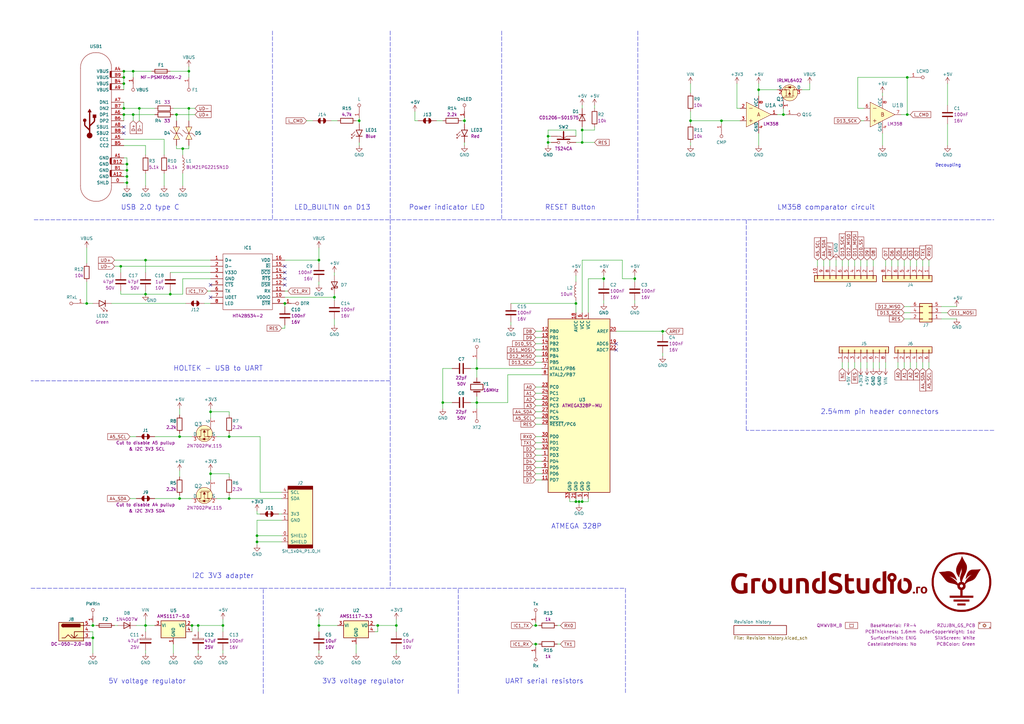
<source format=kicad_sch>
(kicad_sch (version 20230121) (generator eeschema)
  (paper "A3")
  (title_block (title "JADE U1") (date "2024-01-30") (rev "1.0.0") (company "GroundStudio.ro") (comment 1 "Schematic: Victor Nicula"))
  (lib_symbols
    (symbol "GS_Global6:+3V3" (power) (pin_names (offset 0))
      (property "Value" "+3V3" (at 0 3.556 0))
      (symbol "+3V3_1_1"
        (pin power_in line (at 0 0 90) (length 0) hide (name "+3V3") (number "1"))
      )
    )
    (symbol "GS_Global6:+5V" (power) (pin_names (offset 0))
      (property "Value" "+5V" (at 0 3.556 0))
      (symbol "+5V_1_1"
        (pin power_in line (at 0 0 90) (length 0) hide (name "+5V") (number "1"))
      )
    )
    (symbol "GS_Global6:Bag_120x80mm_ZIP" (pin_names (offset 1.016))
      (property "Value" "Bag_120x80mm_ZIP" (at 0 5.08 0))
    )
    (symbol "GS_Global6:C" (pin_numbers hide) (pin_names (offset 0.254))
      (property "Reference" "C" (at 0.635 2.54 0))
      (property "Value" "C" (at 0.635 -2.54 0))
      (symbol "C_1_1"
        (pin passive line (at 0 3.81 270) (length 2.794) (name "~") (number "1"))
        (pin passive line (at 0 -3.81 90) (length 2.794) (name "~") (number "2"))
      )
    )
    (symbol "GS_Global6:CP" (pin_numbers hide) (pin_names (offset 0.254))
      (property "Reference" "C" (at 0.635 2.54 0))
      (property "Value" "CP" (at 0.635 -2.54 0))
      (symbol "CP_1_1"
        (pin passive line (at 0 3.81 270) (length 2.794) (name "~") (number "1"))
        (pin passive line (at 0 -3.81 90) (length 2.794) (name "~") (number "2"))
      )
    )
    (symbol "GS_Global6:C_0402_100nF_16V" (pin_numbers hide) (pin_names (offset 0.254))
      (property "Reference" "C" (at 0.635 2.54 0))
      (property "Capacitance" "100nF" (at 0 0 0))
      (property "RatedVoltage" "16V" (at 0 0 0))
      (symbol "C_0402_100nF_16V_1_1"
        (pin passive line (at 0 3.81 270) (length 2.794) (name "~") (number "1"))
        (pin passive line (at 0 -3.81 90) (length 2.794) (name "~") (number "2"))
      )
    )
    (symbol "GS_Global6:C_0402_1uF_10V" (pin_numbers hide) (pin_names (offset 0.254))
      (property "Reference" "C" (at 0.635 2.54 0))
      (property "Capacitance" "1uF" (at 0 0 0))
      (property "RatedVoltage" "10V" (at 0 0 0))
      (symbol "C_0402_1uF_10V_1_1"
        (pin passive line (at 0 3.81 270) (length 2.794) (name "~") (number "1"))
        (pin passive line (at 0 -3.81 90) (length 2.794) (name "~") (number "2"))
      )
    )
    (symbol "GS_Global6:C_0402_47pF_50V" (pin_numbers hide) (pin_names (offset 0.254))
      (property "Reference" "C" (at 0.635 2.54 0))
      (property "Capacitance" "47pF" (at 0 0 0))
      (property "RatedVoltage" "50V" (at 0 0 0))
      (symbol "C_0402_47pF_50V_1_1"
        (pin passive line (at 0 3.81 270) (length 2.794) (name "~") (number "1"))
        (pin passive line (at 0 -3.81 90) (length 2.794) (name "~") (number "2"))
      )
    )
    (symbol "GS_Global6:Conn_01x06" (pin_names (offset 1.016) hide)
      (property "Reference" "J" (at 0 7.62 0))
      (property "Value" "Conn_01x06" (at 0 -10.16 0))
      (symbol "Conn_01x06_1_1"
        (pin passive line (at -5.08 5.08 0) (length 3.81) (name "Pin_1") (number "1"))
        (pin passive line (at -5.08 2.54 0) (length 3.81) (name "Pin_2") (number "2"))
        (pin passive line (at -5.08 0 0) (length 3.81) (name "Pin_3") (number "3"))
        (pin passive line (at -5.08 -2.54 0) (length 3.81) (name "Pin_4") (number "4"))
        (pin passive line (at -5.08 -5.08 0) (length 3.81) (name "Pin_5") (number "5"))
        (pin passive line (at -5.08 -7.62 0) (length 3.81) (name "Pin_6") (number "6"))
      )
    )
    (symbol "GS_Global6:Conn_01x08" (pin_names (offset 1.016) hide)
      (property "Reference" "J" (at 0 10.16 0))
      (property "Value" "Conn_01x08" (at 0 -12.7 0))
      (symbol "Conn_01x08_1_1"
        (pin passive line (at -5.08 7.62 0) (length 3.81) (name "Pin_1") (number "1"))
        (pin passive line (at -5.08 5.08 0) (length 3.81) (name "Pin_2") (number "2"))
        (pin passive line (at -5.08 2.54 0) (length 3.81) (name "Pin_3") (number "3"))
        (pin passive line (at -5.08 0 0) (length 3.81) (name "Pin_4") (number "4"))
        (pin passive line (at -5.08 -2.54 0) (length 3.81) (name "Pin_5") (number "5"))
        (pin passive line (at -5.08 -5.08 0) (length 3.81) (name "Pin_6") (number "6"))
        (pin passive line (at -5.08 -7.62 0) (length 3.81) (name "Pin_7") (number "7"))
        (pin passive line (at -5.08 -10.16 0) (length 3.81) (name "Pin_8") (number "8"))
      )
    )
    (symbol "GS_Global6:Conn_01x10" (pin_names (offset 1.016) hide)
      (property "Reference" "J" (at 0 12.7 0))
      (symbol "Conn_01x10_1_1"
        (pin passive line (at -5.08 10.16 0) (length 3.81) (name "Pin_1") (number "1"))
        (pin passive line (at -5.08 -12.7 0) (length 3.81) (name "Pin_10") (number "10"))
        (pin passive line (at -5.08 7.62 0) (length 3.81) (name "Pin_2") (number "2"))
        (pin passive line (at -5.08 5.08 0) (length 3.81) (name "Pin_3") (number "3"))
        (pin passive line (at -5.08 2.54 0) (length 3.81) (name "Pin_4") (number "4"))
        (pin passive line (at -5.08 0 0) (length 3.81) (name "Pin_5") (number "5"))
        (pin passive line (at -5.08 -2.54 0) (length 3.81) (name "Pin_6") (number "6"))
        (pin passive line (at -5.08 -5.08 0) (length 3.81) (name "Pin_7") (number "7"))
        (pin passive line (at -5.08 -7.62 0) (length 3.81) (name "Pin_8") (number "8"))
        (pin passive line (at -5.08 -10.16 0) (length 3.81) (name "Pin_9") (number "9"))
      )
    )
    (symbol "GS_Global6:Conn_02x03_Odd_Even" (pin_names (offset 1.016) hide)
      (property "Reference" "J" (at 0 5.08 0))
      (property "Value" "Conn_02x03_Odd_Even" (at 1.27 -5.08 0))
      (symbol "Conn_02x03_Odd_Even_1_1"
        (pin passive line (at -6.35 2.54 0) (length 3.81) (name "Pin_1") (number "1"))
        (pin passive line (at 6.35 2.54 180) (length 3.81) (name "Pin_2") (number "2"))
        (pin passive line (at -6.35 0 0) (length 3.81) (name "Pin_3") (number "3"))
        (pin passive line (at 6.35 0 180) (length 3.81) (name "Pin_4") (number "4"))
        (pin passive line (at -6.35 -2.54 0) (length 3.81) (name "Pin_5") (number "5"))
        (pin passive line (at 6.35 -2.54 180) (length 3.81) (name "Pin_6") (number "6"))
      )
    )
    (symbol "GS_Global6:D" (pin_numbers hide) (pin_names (offset 1.016) hide)
      (property "Reference" "D" (at 0 2.54 0))
      (property "Value" "D" (at 0 -2.54 0))
      (symbol "D_1_1"
        (pin passive line (at -3.81 0 0) (length 2.54) (name "K") (number "1"))
        (pin passive line (at 3.81 0 180) (length 2.54) (name "A") (number "2"))
      )
    )
    (symbol "GS_Global6:DC-005-5.5-Barr_Jck_SMD" (pin_names (offset 1.016))
      (property "Reference" "J" (at 0 5.334 0))
      (property "MPN" "DC-050-2.0-BB" (at -3.81 7.62 0))
      (symbol "DC-005-5.5-Barr_Jck_SMD_1_1"
        (pin passive line (at 7.62 -2.54 180) (length 2.54) (name "~") (number "3"))
        (pin passive line (at 7.62 0 180) (length 2.54) (name "~") (number "4"))
        (pin passive line (at 7.62 2.54 180) (length 2.54) (name "~") (number "5"))
      )
    )
    (symbol "GS_Global6:D_Schottky" (pin_numbers hide) (pin_names (offset 1.016) hide)
      (property "Reference" "D" (at 0 2.54 0))
      (property "Value" "D_Schottky" (at 0 -2.54 0))
      (symbol "D_Schottky_1_1"
        (pin passive line (at -3.81 0 0) (length 2.54) (name "K") (number "1"))
        (pin passive line (at 3.81 0 180) (length 2.54) (name "A") (number "2"))
      )
    )
    (symbol "GS_Global6:ESD_0402_PS0402V014AT" (pin_numbers hide) (pin_names (offset 0) hide)
      (property "Reference" "Z" (at 2.54 -2.54 0))
      (symbol "ESD_0402_PS0402V014AT_1_1"
        (pin passive line (at -5.08 0 0) (length 2.54) (name "~") (number "1"))
        (pin passive line (at 5.08 0 180) (length 2.54) (name "~") (number "2"))
      )
    )
    (symbol "GS_Global6:Fuse" (pin_numbers hide) (pin_names (offset 0))
      (property "Reference" "F" (at 2.032 0 90))
      (property "Value" "Fuse" (at -1.905 0 90))
      (symbol "Fuse_1_1"
        (pin passive line (at 0 3.81 270) (length 1.27) (name "~") (number "1"))
        (pin passive line (at 0 -3.81 90) (length 1.27) (name "~") (number "2"))
      )
    )
    (symbol "GS_Global6:GND" (power) (pin_names (offset 0))
      (property "Value" "GND" (at 0 -3.81 0))
      (symbol "GND_1_1"
        (pin power_in line (at 0 0 270) (length 0) hide (name "GND") (number "1"))
      )
    )
    (symbol "GS_Global6:HC49-SMD_5M0-1600A2020" (pin_numbers hide) (pin_names (offset 1.016) hide)
      (property "Reference" "Y" (at 0 3.81 0))
      (property "MPN" "5M0-1600A2020-01" (at 0 -7.62 0))
      (property "Frequency" "16MHz" (at 0 0 0))
      (symbol "HC49-SMD_5M0-1600A2020_1_1"
        (pin passive line (at -3.81 0 0) (length 1.27) (name "1") (number "1"))
        (pin passive line (at 3.81 0 180) (length 1.27) (name "2") (number "2"))
      )
    )
    (symbol "GS_Global6:HT42B534-2" (pin_names (offset 0.762))
      (property "Reference" "IC" (at 26.67 7.62 0))
      (property "Value" "HT42B534-2" (at 26.67 5.08 0))
      (property "MPN" "HT42B534-2" (at 0 0 0))
      (symbol "HT42B534-2_0_0"
        (pin passive line (at 0 0 0) (length 5.08) (name "D+") (number "1"))
        (pin passive line (at 30.48 -15.24 180) (length 5.08) (name "VDDIO") (number "10"))
        (pin passive line (at 30.48 -12.7 180) (length 5.08) (name "RX") (number "11"))
        (pin passive line (at 30.48 -10.16 180) (length 5.08) (name "~{DSR}") (number "12"))
        (pin passive line (at 30.48 -7.62 180) (length 5.08) (name "~{RTS}") (number "13"))
        (pin passive line (at 30.48 -5.08 180) (length 5.08) (name "~{DCD}") (number "14"))
        (pin passive line (at 30.48 -2.54 180) (length 5.08) (name "~{RI}") (number "15"))
        (pin passive line (at 30.48 0 180) (length 5.08) (name "VDD") (number "16"))
        (pin passive line (at 0 -2.54 0) (length 5.08) (name "D-") (number "2"))
        (pin passive line (at 0 -5.08 0) (length 5.08) (name "V33O") (number "3"))
        (pin passive line (at 0 -7.62 0) (length 5.08) (name "GND") (number "4"))
        (pin passive line (at 0 -10.16 0) (length 5.08) (name "~{CTS}") (number "5"))
        (pin passive line (at 0 -12.7 0) (length 5.08) (name "TX") (number "6"))
        (pin passive line (at 0 -15.24 0) (length 5.08) (name "UDET") (number "7"))
        (pin passive line (at 0 -17.78 0) (length 5.08) (name "LED") (number "8"))
        (pin passive line (at 30.48 -17.78 180) (length 5.08) (name "~{DTR}") (number "9"))
      )
    )
    (symbol "GS_Global6:L" (pin_numbers hide) (pin_names (offset 1.016) hide)
      (property "Reference" "L" (at -1.27 0 90))
      (symbol "L_1_1"
        (pin passive line (at 0 3.81 270) (length 1.27) (name "1") (number "1"))
        (pin passive line (at 0 -3.81 90) (length 1.27) (name "2") (number "2"))
      )
    )
    (symbol "GS_Global6:LED_0402_BLUE" (pin_numbers hide) (pin_names (offset 1.016) hide)
      (property "Reference" "LED" (at 0.508 1.778 0))
      (property "Color" "Blue" (at 0 0 0))
      (symbol "LED_0402_BLUE_1_1"
        (pin output line (at -5.08 0 0) (length 2.54) (name "K") (number "1"))
        (pin input line (at 2.54 0 180) (length 2.54) (name "A") (number "2"))
      )
    )
    (symbol "GS_Global6:LED_0402_GREEN" (pin_numbers hide) (pin_names (offset 1.016) hide)
      (property "Reference" "LED" (at 0.508 1.778 0))
      (property "Color" "Green" (at 0 0 0))
      (symbol "LED_0402_GREEN_1_1"
        (pin output line (at -5.08 0 0) (length 2.54) (name "K") (number "1"))
        (pin input line (at 2.54 0 180) (length 2.54) (name "A") (number "2"))
      )
    )
    (symbol "GS_Global6:LED_0402_RED" (pin_numbers hide) (pin_names (offset 1.016) hide)
      (property "Reference" "LED" (at 0.508 1.778 0))
      (property "Color" "Red" (at 0 0 0))
      (symbol "LED_0402_RED_1_1"
        (pin output line (at -5.08 0 0) (length 2.54) (name "K") (number "1"))
        (pin input line (at 2.54 0 180) (length 2.54) (name "A") (number "2"))
      )
    )
    (symbol "GS_Global6:PCB" (pin_names (offset 1.016))
      (property "MPN" "_GS_PCB" (at -3.81 0 0))
      (property "BaseMaterial" "BaseMaterial: FR-4" (at -27.94 0 0))
      (property "PCBThickness" "PCBThickness: 1.6mm" (at -27.94 -2.54 0))
      (property "PCBColor" "PCBColor: Green" (at -3.81 -7.62 0))
      (property "SilkScreen" "SilkScreen: White" (at -3.81 -5.08 0))
      (property "SurfaceFinish" "SurfaceFinish: ENIG" (at -27.94 -5.08 0))
      (property "OuterCopperWeight" "OuterCopperWeight: 1oz" (at -3.81 -2.54 0))
      (property "CastellatedHoles" "CastellatedHoles: No" (at -27.94 -7.62 0))
    )
    (symbol "GS_Global6:QFN-32_5x5_P0.5_328P-MU"
      (property "Reference" "U" (at -12.7 36.83 0))
      (property "MPN" "ATMEGA328P-MU" (at 0 0 0))
      (symbol "QFN-32_5x5_P0.5_328P-MU_1_1"
        (pin bidirectional line (at 15.24 -20.32 180) (length 2.54) (name "PD3") (number "1"))
        (pin bidirectional line (at 15.24 -27.94 180) (length 2.54) (name "PD6") (number "10"))
        (pin bidirectional line (at 15.24 -30.48 180) (length 2.54) (name "PD7") (number "11"))
        (pin bidirectional line (at 15.24 30.48 180) (length 2.54) (name "PB0") (number "12"))
        (pin bidirectional line (at 15.24 27.94 180) (length 2.54) (name "PB1") (number "13"))
        (pin bidirectional line (at 15.24 25.4 180) (length 2.54) (name "PB2") (number "14"))
        (pin bidirectional line (at 15.24 22.86 180) (length 2.54) (name "PB3") (number "15"))
        (pin bidirectional line (at 15.24 20.32 180) (length 2.54) (name "PB4") (number "16"))
        (pin bidirectional line (at 15.24 17.78 180) (length 2.54) (name "PB5") (number "17"))
        (pin power_in line (at 1.27 38.1 270) (length 2.54) (name "AVCC") (number "18"))
        (pin input line (at -15.24 25.4 0) (length 2.54) (name "ADC6") (number "19"))
        (pin bidirectional line (at 15.24 -22.86 180) (length 2.54) (name "PD4") (number "2"))
        (pin passive line (at -15.24 30.48 0) (length 2.54) (name "AREF") (number "20"))
        (pin power_in line (at 1.27 -38.1 90) (length 2.54) (name "GND") (number "21"))
        (pin input line (at -15.24 22.86 0) (length 2.54) (name "ADC7") (number "22"))
        (pin bidirectional line (at 15.24 7.62 180) (length 2.54) (name "PC0") (number "23"))
        (pin bidirectional line (at 15.24 5.08 180) (length 2.54) (name "PC1") (number "24"))
        (pin bidirectional line (at 15.24 2.54 180) (length 2.54) (name "PC2") (number "25"))
        (pin bidirectional line (at 15.24 0 180) (length 2.54) (name "PC3") (number "26"))
        (pin bidirectional line (at 15.24 -2.54 180) (length 2.54) (name "PC4") (number "27"))
        (pin bidirectional line (at 15.24 -5.08 180) (length 2.54) (name "PC5") (number "28"))
        (pin bidirectional line (at 15.24 -7.62 180) (length 2.54) (name "~{RESET}/PC6") (number "29"))
        (pin power_in line (at -3.81 -38.1 90) (length 2.54) (name "GND") (number "3"))
        (pin bidirectional line (at 15.24 -12.7 180) (length 2.54) (name "PD0") (number "30"))
        (pin bidirectional line (at 15.24 -15.24 180) (length 2.54) (name "PD1") (number "31"))
        (pin bidirectional line (at 15.24 -17.78 180) (length 2.54) (name "PD2") (number "32"))
        (pin power_in line (at 3.81 -38.1 90) (length 2.54) (name "GND") (number "33"))
        (pin power_in line (at -3.81 38.1 270) (length 2.54) (name "VCC") (number "4"))
        (pin passive line (at -1.27 -38.1 90) (length 2.54) (name "GND") (number "5"))
        (pin power_in line (at -1.27 38.1 270) (length 2.54) (name "VCC") (number "6"))
        (pin bidirectional line (at 15.24 15.24 180) (length 2.54) (name "XTAL1/PB6") (number "7"))
        (pin bidirectional line (at 15.24 12.7 180) (length 2.54) (name "XTAL2/PB7") (number "8"))
        (pin bidirectional line (at 15.24 -25.4 180) (length 2.54) (name "PD5") (number "9"))
      )
    )
    (symbol "GS_Global6:R" (pin_numbers hide) (pin_names (offset 0))
      (property "Reference" "R" (at 2.032 0 90))
      (property "Value" "R" (at 0 0 90))
      (symbol "R_1_1"
        (pin passive line (at 0 3.81 270) (length 1.27) (name "~") (number "1"))
        (pin passive line (at 0 -3.81 90) (length 1.27) (name "~") (number "2"))
      )
    )
    (symbol "GS_Global6:R_0402_10k" (pin_numbers hide) (pin_names (offset 0))
      (property "Reference" "R" (at 2.032 0 90))
      (property "Resistance" "10k" (at 0 0 0))
      (symbol "R_0402_10k_1_1"
        (pin passive line (at 0 3.81 270) (length 1.27) (name "~") (number "1"))
        (pin passive line (at 0 -3.81 90) (length 1.27) (name "~") (number "2"))
      )
    )
    (symbol "GS_Global6:R_0402_1k" (pin_numbers hide) (pin_names (offset 0))
      (property "Reference" "R" (at 2.032 0 90))
      (property "Resistance" "1k" (at 0 0 0))
      (symbol "R_0402_1k_1_1"
        (pin passive line (at 0 3.81 270) (length 1.27) (name "~") (number "1"))
        (pin passive line (at 0 -3.81 90) (length 1.27) (name "~") (number "2"))
      )
    )
    (symbol "GS_Global6:R_0402_2.2k" (pin_numbers hide) (pin_names (offset 0))
      (property "Reference" "R" (at 2.032 0 90))
      (property "Resistance" "2.2k" (at 0 0 0))
      (symbol "R_0402_2.2k_1_1"
        (pin passive line (at 0 3.81 270) (length 1.27) (name "~") (number "1"))
        (pin passive line (at 0 -3.81 90) (length 1.27) (name "~") (number "2"))
      )
    )
    (symbol "GS_Global6:R_0402_33" (pin_numbers hide) (pin_names (offset 0))
      (property "Reference" "R" (at 2.032 0 90))
      (property "Resistance" "33" (at 0 0 0))
      (symbol "R_0402_33_1_1"
        (pin passive line (at 0 3.81 270) (length 1.27) (name "~") (number "1"))
        (pin passive line (at 0 -3.81 90) (length 1.27) (name "~") (number "2"))
      )
    )
    (symbol "GS_Global6:R_0402_4.7k" (pin_numbers hide) (pin_names (offset 0))
      (property "Reference" "R" (at 2.032 0 90))
      (property "Resistance" "4.7k" (at 0 0 0))
      (symbol "R_0402_4.7k_1_1"
        (pin passive line (at 0 3.81 270) (length 1.27) (name "~") (number "1"))
        (pin passive line (at 0 -3.81 90) (length 1.27) (name "~") (number "2"))
      )
    )
    (symbol "GS_Global6:SH_1x04_P1.0_H" (pin_names (offset 1.016))
      (property "Reference" "J" (at 1.27 13.97 0))
      (symbol "SH_1x04_P1.0_H_1_1"
        (pin power_out line (at -7.62 -10.16 0) (length 2.54) (name "SHIELD") (number "0"))
        (pin power_out line (at -7.62 -7.62 0) (length 2.54) (name "SHIELD") (number "0"))
        (pin power_out line (at -7.62 -1.27 0) (length 2.54) (name "GND") (number "1"))
        (pin power_in line (at -7.62 1.27 0) (length 2.54) (name "3V3") (number "2"))
        (pin bidirectional line (at -7.62 7.62 0) (length 2.54) (name "SDA") (number "3"))
        (pin bidirectional line (at -7.62 10.16 0) (length 2.54) (name "SCL") (number "4"))
      )
    )
    (symbol "GS_Global6:SOP-8_3.9x4.9_P1.27_LM358" (pin_names (offset 0))
      (property "Reference" "U" (at -5.08 7.62 0))
      (property "Value" "SOP-8_3.9x4.9_P1.27_LM358" (at 2.54 -5.08 0))
      (symbol "SOP-8_3.9x4.9_P1.27_LM358_1_0"
        (text "A" (at 0 0 0) (effects (font (size 1.524 1.524))))
      )
      (symbol "SOP-8_3.9x4.9_P1.27_LM358_1_1"
        (pin output line (at 7.62 0 180) (length 2.54) (name "~") (number "1"))
        (pin input line (at -7.62 2.54 0) (length 2.54) (name "~") (number "2"))
        (pin input line (at -7.62 -2.54 0) (length 2.54) (name "~") (number "3"))
        (pin power_in line (at 0 -7.62 90) (length 5.08) (name "GND") (number "4"))
        (pin power_in line (at 0 7.62 270) (length 5.08) (name "VCC") (number "8"))
      )
      (symbol "SOP-8_3.9x4.9_P1.27_LM358_2_0"
        (text "B" (at 0 0 0) (effects (font (size 1.524 1.524))))
      )
      (symbol "SOP-8_3.9x4.9_P1.27_LM358_2_1"
        (pin power_in line (at 0 -5.08 90) (length 2.54) (name "GND") (number "4"))
        (pin input line (at -7.62 -2.54 0) (length 2.54) (name "~") (number "5"))
        (pin input line (at -7.62 2.54 0) (length 2.54) (name "~") (number "6"))
        (pin output line (at 7.62 0 180) (length 2.54) (name "~") (number "7"))
        (pin power_in line (at 0 5.08 270) (length 2.54) (name "VCC") (number "8"))
      )
    )
    (symbol "GS_Global6:SOT-223_AMS1117-3.3" (pin_names (offset 0.254))
      (property "Reference" "U" (at -3.81 3.175 0))
      (property "MPN" "AMS1117-3.3" (at 0 0 0))
      (symbol "SOT-223_AMS1117-3.3_1_1"
        (pin input line (at 0 -7.62 90) (length 2.54) (name "GND") (number "1"))
        (pin power_out line (at 7.62 0 180) (length 2.54) (name "VO") (number "2"))
        (pin power_in line (at -7.62 0 0) (length 2.54) (name "VI") (number "3"))
        (pin power_out line (at 7.62 -2.54 180) (length 2.54) (name "~") (number "4"))
      )
    )
    (symbol "GS_Global6:SOT-223_AMS1117-5.0" (pin_names (offset 0.254))
      (property "Reference" "U" (at -3.81 3.175 0))
      (property "MPN" "AMS1117-3.3" (at 0 0 0))
      (symbol "SOT-223_AMS1117-5.0_1_1"
        (pin power_in line (at 0 -7.62 90) (length 2.54) (name "GND") (number "1"))
        (pin power_out line (at 7.62 0 180) (length 2.54) (name "VO") (number "2"))
        (pin power_in line (at -7.62 0 0) (length 2.54) (name "VI") (number "3"))
        (pin power_out line (at 7.62 -2.54 180) (length 2.54) (name "~") (number "4"))
      )
    )
    (symbol "GS_Global6:SOT-23_IRLML6402" (pin_names (offset 0))
      (property "Reference" "Q" (at -2.6924 3.6322 0))
      (property "MPN" "IRLML6402" (at 0 0 0))
      (symbol "SOT-23_IRLML6402_1_1"
        (pin bidirectional line (at -7.62 -2.54 0) (length 2.54) (name "G") (number "1"))
        (pin bidirectional line (at 0 -5.08 90) (length 2.54) (name "S") (number "2"))
        (pin bidirectional line (at 0 5.08 270) (length 2.54) (name "D") (number "3"))
      )
    )
    (symbol "GS_Global6:SOT-323 2N7002PW" (pin_names (offset 0))
      (property "Reference" "Q" (at -2.6924 3.6322 0))
      (property "MPN" "2N7002PW,115" (at 0 0 0))
      (symbol "SOT-323 2N7002PW_1_1"
        (pin bidirectional line (at -7.62 -2.54 0) (length 2.54) (name "G") (number "1"))
        (pin bidirectional line (at 0 -5.08 90) (length 2.54) (name "S") (number "2"))
        (pin bidirectional line (at 0 5.08 270) (length 2.54) (name "D") (number "3"))
      )
    )
    (symbol "GS_Global6:SolderJumper_NC" (pin_numbers hide) (pin_names (offset 0) hide)
      (property "Reference" "J" (at 0 10.16 0))
      (property "Value" "SolderJumper_NC" (at 3.81 0 90))
      (symbol "SolderJumper_NC_1_1"
        (pin passive line (at 0 3.81 270) (length 2.9972) (name "1") (number "1"))
        (pin passive line (at 0 -3.81 90) (length 2.9972) (name "2") (number "2"))
      )
    )
    (symbol "GS_Global6:TS24CA" (pin_numbers hide) (pin_names (offset 1.016) hide)
      (property "Reference" "SW" (at 1.27 2.54 0))
      (property "MPN" "TS24CA" (at -0.2794 7.0104 0))
      (symbol "TS24CA_0_1"
        (pin passive line (at -5.08 -2.54 0) (length 2.54) (name "3") (number "3"))
        (pin passive line (at 5.08 -2.54 180) (length 2.54) (name "4") (number "4"))
      )
      (symbol "TS24CA_1_1"
        (pin passive line (at -5.08 0 0) (length 2.54) (name "1") (number "1"))
        (pin passive line (at 5.08 0 180) (length 2.54) (name "2") (number "2"))
      )
    )
    (symbol "GS_Global6:TestPoint" (pin_names (offset 1.016))
      (property "Value" "TestPoint" (at 0 2.54 0))
      (symbol "TestPoint_1_1"
        (pin passive line (at 0 -5.08 90) (length 2.54) (name "") (number "1"))
      )
    )
    (symbol "GS_Global6:USB_C_FULL" (pin_names (offset 1.016))
      (property "Reference" "USB1" (at 0 34.29 0))
      (symbol "USB_C_FULL_1_1"
        (pin power_out line (at 11.43 -21.59 180) (length 5.08) (name "SHLD") (number "0"))
        (pin power_out line (at 11.43 -11.43 180) (length 5.08) (name "GND") (number "A1"))
        (pin power_out line (at 11.43 -19.05 180) (length 5.08) (name "GND") (number "A12"))
        (pin power_in line (at 11.43 24.13 180) (length 5.08) (name "VBUS") (number "A4"))
        (pin input line (at 11.43 -3.81 180) (length 5.08) (name "CC1") (number "A5"))
        (pin bidirectional line (at 11.43 6.35 180) (length 5.08) (name "DP1") (number "A6"))
        (pin bidirectional line (at 11.43 11.43 180) (length 5.08) (name "DN1") (number "A7"))
        (pin bidirectional line (at 11.43 1.27 180) (length 5.08) (name "SBU1") (number "A8"))
        (pin power_in line (at 11.43 16.51 180) (length 5.08) (name "VBUS") (number "A9"))
        (pin power_out line (at 11.43 -16.51 180) (length 5.08) (name "GND") (number "B1"))
        (pin power_out line (at 11.43 -13.97 180) (length 5.08) (name "GND") (number "B12"))
        (pin power_in line (at 11.43 19.05 180) (length 5.08) (name "VBUS") (number "B4"))
        (pin input line (at 11.43 -6.35 180) (length 5.08) (name "CC2") (number "B5"))
        (pin bidirectional line (at 11.43 3.81 180) (length 5.08) (name "DP2") (number "B6"))
        (pin bidirectional line (at 11.43 8.89 180) (length 5.08) (name "DN2") (number "B7"))
        (pin bidirectional line (at 11.43 -1.27 180) (length 5.08) (name "SBU2") (number "B8"))
        (pin power_in line (at 11.43 21.59 180) (length 5.08) (name "VBUS") (number "B9"))
      )
    )
    (symbol "GS_Global6:VBUS" (power) (pin_names (offset 0))
      (property "Value" "VBUS" (at 0 3.81 0))
      (symbol "VBUS_1_1"
        (pin power_in line (at 0 0 90) (length 0) hide (name "VBUS") (number "1"))
      )
    )
    (symbol "GS_Global6:VIN" (power) (pin_names (offset 0))
      (property "Value" "VIN" (at 0 3.81 0))
      (symbol "VIN_1_1"
        (pin power_in line (at 0 0 90) (length 0) hide (name "VIN") (number "1"))
      )
    )
    (symbol "GS_Local:IRLML6402" (pin_names (offset 0))
      (property "Reference" "Q" (at -2.6924 3.6322 0))
      (property "Value" "IRLML6402" (at 3.4544 0 90))
      (symbol "IRLML6402_1_1"
        (pin bidirectional line (at -7.62 -2.54 0) (length 2.54) (name "G") (number "1"))
        (pin bidirectional line (at 0 -5.08 90) (length 2.54) (name "S") (number "2"))
        (pin bidirectional line (at 0 5.08 270) (length 2.54) (name "D") (number "3"))
      )
    )
    (symbol "GS_Local:LM358" (pin_names (offset 0))
      (property "Reference" "U" (at -5.08 7.62 0))
      (property "Value" "LM358" (at 2.54 -5.08 0))
      (symbol "LM358_1_0"
        (text "A" (at 0 0 0) (effects (font (size 1.524 1.524))))
      )
      (symbol "LM358_1_1"
        (pin output line (at 7.62 0 180) (length 2.54) (name "~") (number "1"))
        (pin input line (at -7.62 2.54 0) (length 2.54) (name "~") (number "2"))
        (pin input line (at -7.62 -2.54 0) (length 2.54) (name "~") (number "3"))
        (pin power_in line (at 0 -5.08 90) (length 2.54) (name "GND") (number "4"))
        (pin power_in line (at 0 5.08 270) (length 2.54) (name "VCC") (number "8"))
      )
      (symbol "LM358_2_0"
        (text "B" (at 0 0 0) (effects (font (size 1.524 1.524))))
      )
      (symbol "LM358_2_1"
        (pin power_in line (at 0 -5.08 90) (length 2.54) (name "GND") (number "4"))
        (pin input line (at -7.62 -2.54 0) (length 2.54) (name "~") (number "5"))
        (pin input line (at -7.62 2.54 0) (length 2.54) (name "~") (number "6"))
        (pin output line (at 7.62 0 180) (length 2.54) (name "~") (number "7"))
        (pin power_in line (at 0 5.08 270) (length 2.54) (name "VCC") (number "8"))
      )
    )
    (symbol "GS_logo_mai_mic:LOGO" (pin_names (offset 1.016)))
    (symbol "SOP-8_3.9x4.9_P1.27_LM358_1" (pin_names (offset 0))
      (property "Reference" "U" (at -5.08 7.62 0))
      (property "Value" "SOP-8_3.9x4.9_P1.27_LM358_1" (at 2.54 -5.08 0))
      (symbol "SOP-8_3.9x4.9_P1.27_LM358_1_1_0"
        (text "A" (at 0 0 0) (effects (font (size 1.524 1.524))))
      )
      (symbol "SOP-8_3.9x4.9_P1.27_LM358_1_1_1"
        (pin output line (at 7.62 0 180) (length 2.54) (name "~") (number "1"))
        (pin input line (at -7.62 2.54 0) (length 2.54) (name "~") (number "2"))
        (pin input line (at -7.62 -2.54 0) (length 2.54) (name "~") (number "3"))
        (pin power_in line (at 0 -7.62 90) (length 5.08) (name "GND") (number "4"))
        (pin power_in line (at 0 7.62 270) (length 5.08) (name "VCC") (number "8"))
      )
      (symbol "SOP-8_3.9x4.9_P1.27_LM358_1_2_0"
        (text "B" (at 0 0 0) (effects (font (size 1.524 1.524))))
      )
      (symbol "SOP-8_3.9x4.9_P1.27_LM358_1_2_1"
        (pin power_in line (at 0 -7.62 90) (length 5.08) (name "GND") (number "4"))
        (pin input line (at -7.62 -2.54 0) (length 2.54) (name "~") (number "5"))
        (pin input line (at -7.62 2.54 0) (length 2.54) (name "~") (number "6"))
        (pin output line (at 7.62 0 180) (length 2.54) (name "~") (number "7"))
        (pin power_in line (at 0 7.62 270) (length 5.08) (name "VCC") (number "8"))
      )
    )
    (symbol "TestPoint_1" (pin_names (offset 1.016))
      (property "Value" "TestPoint_1" (at 0 2.54 0))
      (symbol "TestPoint_1_1_1"
        (pin passive line (at 0 -5.08 90) (length 2.54) (name "") (number "1"))
      )
    )
    (symbol "TestPoint_10" (pin_names (offset 1.016))
      (property "Value" "TestPoint_10" (at 0 2.54 0))
      (symbol "TestPoint_10_1_1"
        (pin passive line (at 0 -5.08 90) (length 2.54) (name "") (number "1"))
      )
    )
    (symbol "TestPoint_12" (pin_names (offset 1.016))
      (property "Value" "TestPoint_12" (at 0 2.54 0))
      (symbol "TestPoint_12_1_1"
        (pin passive line (at 0 -5.08 90) (length 2.54) (name "") (number "1"))
      )
    )
    (symbol "TestPoint_13" (pin_names (offset 1.016))
      (property "Value" "TestPoint_13" (at 0 2.54 0))
      (symbol "TestPoint_13_1_1"
        (pin passive line (at 0 -5.08 90) (length 2.54) (name "") (number "1"))
      )
    )
    (symbol "TestPoint_2" (pin_names (offset 1.016))
      (property "Value" "TestPoint_2" (at 0 2.54 0))
      (symbol "TestPoint_2_1_1"
        (pin passive line (at 0 -5.08 90) (length 2.54) (name "") (number "1"))
      )
    )
    (symbol "TestPoint_3" (pin_names (offset 1.016))
      (property "Value" "TestPoint_3" (at 0 2.54 0))
      (symbol "TestPoint_3_1_1"
        (pin passive line (at 0 -5.08 90) (length 2.54) (name "") (number "1"))
      )
    )
    (symbol "TestPoint_4" (pin_names (offset 1.016))
      (property "Value" "TestPoint_4" (at 0 2.54 0))
      (symbol "TestPoint_4_1_1"
        (pin passive line (at 0 -5.08 90) (length 2.54) (name "") (number "1"))
      )
    )
    (symbol "TestPoint_5" (pin_names (offset 1.016))
      (property "Value" "TestPoint_5" (at 0 2.54 0))
      (symbol "TestPoint_5_1_1"
        (pin passive line (at 0 -5.08 90) (length 2.54) (name "") (number "1"))
      )
    )
    (symbol "TestPoint_6" (pin_names (offset 1.016))
      (property "Value" "TestPoint_6" (at 0 2.54 0))
      (symbol "TestPoint_6_1_1"
        (pin passive line (at 0 -5.08 90) (length 2.54) (name "") (number "1"))
      )
    )
    (symbol "TestPoint_7" (pin_names (offset 1.016))
      (property "Value" "TestPoint_7" (at 0 2.54 0))
      (symbol "TestPoint_7_1_1"
        (pin passive line (at 0 -5.08 90) (length 2.54) (name "") (number "1"))
      )
    )
    (symbol "TestPoint_8" (pin_names (offset 1.016))
      (property "Value" "TestPoint_8" (at 0 2.54 0))
      (symbol "TestPoint_8_1_1"
        (pin passive line (at 0 -5.08 90) (length 2.54) (name "") (number "1"))
      )
    )
    (symbol "TestPoint_9" (pin_names (offset 1.016))
      (property "Value" "TestPoint_9" (at 0 2.54 0))
      (symbol "TestPoint_9_1_1"
        (pin passive line (at 0 -5.08 90) (length 2.54) (name "") (number "1"))
      )
    )
  )
  (junction (at 260.35 114.3))
  (junction (at 236.22 205.74))
  (junction (at 49.53 109.22))
  (junction (at 238.76 58.42))
  (junction (at 147.32 49.53))
  (junction (at 52.07 72.39))
  (junction (at 162.56 256.54))
  (junction (at 50.8 29.21))
  (junction (at 73.66 179.07))
  (junction (at 116.84 124.46))
  (junction (at 219.71 256.54))
  (junction (at 50.8 46.99))
  (junction (at 91.44 256.54))
  (junction (at 81.28 256.54))
  (junction (at 77.47 44.45))
  (junction (at 283.21 49.53))
  (junction (at 57.15 44.45))
  (junction (at 50.8 31.75))
  (junction (at 195.58 151.13))
  (junction (at 38.1 256.54))
  (junction (at 311.15 36.83))
  (junction (at 321.31 46.99))
  (junction (at 237.49 205.74))
  (junction (at 52.07 69.85))
  (junction (at 105.41 219.71))
  (junction (at 52.07 67.31))
  (junction (at 181.61 165.1))
  (junction (at 72.39 46.99))
  (junction (at 59.69 256.54))
  (junction (at 247.65 114.3))
  (junction (at 372.11 46.99))
  (junction (at 38.1 261.62))
  (junction (at 130.81 256.54))
  (junction (at 77.47 29.21))
  (junction (at 73.66 204.47))
  (junction (at 219.71 264.16))
  (junction (at 93.98 179.07))
  (junction (at 69.85 120.65))
  (junction (at 50.8 34.29))
  (junction (at 224.79 58.42))
  (junction (at 154.94 256.54))
  (junction (at 54.61 46.99))
  (junction (at 195.58 165.1))
  (junction (at 295.91 49.53))
  (junction (at 271.78 135.89))
  (junction (at 372.11 31.75))
  (junction (at 54.61 29.21))
  (junction (at 130.81 106.68))
  (junction (at 238.76 53.34))
  (junction (at 190.5 49.53))
  (junction (at 59.69 120.65))
  (junction (at 78.74 256.54))
  (junction (at 50.8 44.45))
  (junction (at 137.16 121.92))
  (junction (at 59.69 106.68))
  (junction (at 35.56 124.46))
  (junction (at 236.22 124.46))
  (junction (at 105.41 222.25))
  (junction (at 52.07 74.93))
  (junction (at 86.36 194.31))
  (junction (at 93.98 204.47))
  (junction (at 86.36 168.91))
  (junction (at 238.76 205.74))
  (junction (at 224.79 55.88))
  (junction (at 74.93 60.96))
  (no_connect (at 252.73 140.97))
  (no_connect (at 116.84 109.22))
  (no_connect (at 116.84 116.84))
  (no_connect (at 86.36 116.84))
  (no_connect (at 116.84 114.3))
  (no_connect (at 50.8 54.61))
  (no_connect (at 50.8 52.07))
  (no_connect (at 252.73 143.51))
  (no_connect (at 116.84 111.76))
  (no_connect (at 86.36 121.92))
  (wire (pts (xy 162.56 256.54) (xy 162.56 259.08)))
  (polyline (pts (xy 12.7 241.3) (xy 107.95 241.3)) (stroke (width 0) (type dash)))
  (wire (pts (xy 236.22 204.47) (xy 236.22 205.74)))
  (wire (pts (xy 358.14 106.68) (xy 358.14 109.22)))
  (wire (pts (xy 233.68 204.47) (xy 233.68 205.74)))
  (wire (pts (xy 190.5 59.69) (xy 190.5 58.42)))
  (wire (pts (xy 118.11 119.38) (xy 116.84 119.38)))
  (wire (pts (xy 162.56 254) (xy 162.56 256.54)))
  (wire (pts (xy 67.31 71.12) (xy 67.31 76.2)))
  (wire (pts (xy 355.6 106.68) (xy 355.6 109.22)))
  (wire (pts (xy 52.07 64.77) (xy 52.07 67.31)))
  (wire (pts (xy 370.84 128.27) (xy 373.38 128.27)))
  (polyline (pts (xy 407.67 176.53) (xy 306.07 176.53)) (stroke (width 0) (type dash)))
  (wire (pts (xy 86.36 168.91) (xy 93.98 168.91)))
  (wire (pts (xy 147.32 59.69) (xy 147.32 58.42)))
  (wire (pts (xy 247.65 114.3) (xy 247.65 115.57)))
  (wire (pts (xy 255.27 106.68) (xy 255.27 114.3)))
  (wire (pts (xy 220.98 264.16) (xy 219.71 264.16)))
  (wire (pts (xy 69.85 111.76) (xy 86.36 111.76)))
  (wire (pts (xy 59.69 111.76) (xy 59.69 106.68)))
  (wire (pts (xy 86.36 194.31) (xy 86.36 196.85)))
  (wire (pts (xy 271.78 146.05) (xy 271.78 144.78)))
  (wire (pts (xy 388.62 59.69) (xy 388.62 50.8)))
  (wire (pts (xy 115.57 134.62) (xy 116.84 134.62)))
  (wire (pts (xy 220.98 256.54) (xy 219.71 256.54)))
  (wire (pts (xy 116.84 134.62) (xy 116.84 133.35)))
  (wire (pts (xy 105.41 219.71) (xy 105.41 222.25)))
  (wire (pts (xy 71.12 264.16) (xy 71.12 267.97)))
  (wire (pts (xy 54.61 29.21) (xy 62.23 29.21)))
  (wire (pts (xy 130.81 254) (xy 130.81 256.54)))
  (wire (pts (xy 137.16 133.35) (xy 137.16 130.81)))
  (wire (pts (xy 130.81 107.95) (xy 130.81 106.68)))
  (polyline (pts (xy 160.02 156.21) (xy 12.7 156.21)) (stroke (width 0) (type dash)))
  (wire (pts (xy 59.69 106.68) (xy 86.36 106.68)))
  (wire (pts (xy 219.71 143.51) (xy 222.25 143.51)))
  (wire (pts (xy 86.36 193.04) (xy 86.36 194.31)))
  (wire (pts (xy 342.9 106.68) (xy 342.9 109.22)))
  (polyline (pts (xy 306.07 90.17) (xy 306.07 176.53)) (stroke (width 0) (type dash)))
  (wire (pts (xy 34.29 124.46) (xy 35.56 124.46)))
  (wire (pts (xy 236.22 53.34) (xy 224.79 53.34)))
  (wire (pts (xy 77.47 27.305) (xy 77.47 29.21)))
  (wire (pts (xy 83.82 124.46) (xy 86.36 124.46)))
  (wire (pts (xy 50.8 46.99) (xy 50.8 49.53)))
  (wire (pts (xy 218.44 264.16) (xy 219.71 264.16)))
  (wire (pts (xy 130.81 256.54) (xy 130.81 259.08)))
  (wire (pts (xy 195.58 165.1) (xy 195.58 167.64)))
  (wire (pts (xy 50.8 29.21) (xy 50.8 31.75)))
  (wire (pts (xy 38.1 259.08) (xy 36.83 259.08)))
  (wire (pts (xy 135.89 49.53) (xy 138.43 49.53)))
  (wire (pts (xy 236.22 123.19) (xy 236.22 124.46)))
  (wire (pts (xy 59.69 120.65) (xy 69.85 120.65)))
  (wire (pts (xy 116.84 125.73) (xy 116.84 124.46)))
  (wire (pts (xy 243.84 53.34) (xy 238.76 53.34)))
  (wire (pts (xy 219.71 146.05) (xy 222.25 146.05)))
  (wire (pts (xy 36.83 256.54) (xy 38.1 256.54)))
  (wire (pts (xy 67.31 57.15) (xy 67.31 63.5)))
  (wire (pts (xy 190.5 50.8) (xy 190.5 49.53)))
  (wire (pts (xy 52.07 72.39) (xy 50.8 72.39)))
  (wire (pts (xy 388.62 128.27) (xy 386.08 128.27)))
  (wire (pts (xy 347.98 106.68) (xy 347.98 109.22)))
  (wire (pts (xy 52.07 64.77) (xy 50.8 64.77)))
  (wire (pts (xy 154.94 256.54) (xy 154.94 259.08)))
  (wire (pts (xy 59.69 63.5) (xy 59.69 59.69)))
  (wire (pts (xy 38.1 261.62) (xy 38.1 267.97)))
  (wire (pts (xy 130.81 256.54) (xy 138.43 256.54)))
  (wire (pts (xy 219.71 265.43) (xy 219.71 264.16)))
  (wire (pts (xy 193.04 151.13) (xy 195.58 151.13)))
  (polyline (pts (xy 205.74 12.7) (xy 205.74 90.17)) (stroke (width 0) (type dash)))
  (wire (pts (xy 370.84 106.68) (xy 370.84 109.22)))
  (wire (pts (xy 351.79 31.75) (xy 372.11 31.75)))
  (wire (pts (xy 59.69 71.12) (xy 59.69 76.2)))
  (wire (pts (xy 81.28 256.54) (xy 81.28 259.08)))
  (wire (pts (xy 130.81 266.7) (xy 130.81 267.97)))
  (wire (pts (xy 78.74 204.47) (xy 73.66 204.47)))
  (wire (pts (xy 185.42 151.13) (xy 181.61 151.13)))
  (wire (pts (xy 370.84 151.13) (xy 370.84 148.59)))
  (wire (pts (xy 345.44 151.13) (xy 345.44 148.59)))
  (wire (pts (xy 35.56 115.57) (xy 35.56 124.46)))
  (wire (pts (xy 368.3 151.13) (xy 368.3 148.59)))
  (wire (pts (xy 318.77 46.99) (xy 321.31 46.99)))
  (wire (pts (xy 105.41 219.71) (xy 115.57 219.71)))
  (wire (pts (xy 247.65 124.46) (xy 247.65 123.19)))
  (wire (pts (xy 49.53 109.22) (xy 86.36 109.22)))
  (wire (pts (xy 361.95 38.1) (xy 361.95 39.37)))
  (wire (pts (xy 59.69 59.69) (xy 50.8 59.69)))
  (wire (pts (xy 49.53 111.76) (xy 49.53 109.22)))
  (wire (pts (xy 77.47 44.45) (xy 80.01 44.45)))
  (wire (pts (xy 170.18 45.72) (xy 170.18 49.53)))
  (wire (pts (xy 105.41 213.36) (xy 105.41 219.71)))
  (polyline (pts (xy 261.62 12.7) (xy 261.62 90.17)) (stroke (width 0) (type dash)))
  (wire (pts (xy 57.15 44.45) (xy 57.15 49.53)))
  (wire (pts (xy 283.21 34.29) (xy 283.21 38.1)))
  (polyline (pts (xy 256.54 241.3) (xy 256.54 284.48)) (stroke (width 0) (type dash)))
  (wire (pts (xy 38.1 256.54) (xy 39.37 256.54)))
  (wire (pts (xy 116.84 106.68) (xy 130.81 106.68)))
  (wire (pts (xy 332.105 36.83) (xy 332.105 34.29)))
  (wire (pts (xy 236.22 205.74) (xy 237.49 205.74)))
  (wire (pts (xy 260.35 124.46) (xy 260.35 123.19)))
  (wire (pts (xy 91.44 254) (xy 91.44 256.54)))
  (wire (pts (xy 238.76 106.68) (xy 255.27 106.68)))
  (wire (pts (xy 241.3 114.3) (xy 247.65 114.3)))
  (wire (pts (xy 360.68 151.13) (xy 360.68 148.59)))
  (wire (pts (xy 386.08 130.81) (xy 392.43 130.81)))
  (wire (pts (xy 238.76 204.47) (xy 238.76 205.74)))
  (wire (pts (xy 378.46 151.13) (xy 378.46 148.59)))
  (wire (pts (xy 93.98 177.8) (xy 93.98 179.07)))
  (wire (pts (xy 378.46 106.68) (xy 378.46 109.22)))
  (polyline (pts (xy 160.02 90.17) (xy 160.02 241.3)) (stroke (width 0) (type dash)))
  (wire (pts (xy 311.15 59.69) (xy 311.15 54.61)))
  (wire (pts (xy 146.05 49.53) (xy 147.32 49.53)))
  (wire (pts (xy 74.93 71.12) (xy 74.93 76.2)))
  (wire (pts (xy 85.09 119.38) (xy 86.36 119.38)))
  (wire (pts (xy 181.61 165.1) (xy 181.61 167.64)))
  (wire (pts (xy 224.79 59.69) (xy 224.79 58.42)))
  (wire (pts (xy 347.98 151.13) (xy 347.98 148.59)))
  (wire (pts (xy 370.84 130.81) (xy 373.38 130.81)))
  (wire (pts (xy 137.16 121.92) (xy 137.16 123.19)))
  (wire (pts (xy 147.32 50.8) (xy 147.32 49.53)))
  (wire (pts (xy 241.3 205.74) (xy 241.3 204.47)))
  (wire (pts (xy 354.33 44.45) (xy 351.79 44.45)))
  (wire (pts (xy 50.8 46.99) (xy 54.61 46.99)))
  (wire (pts (xy 105.41 223.52) (xy 105.41 222.25)))
  (wire (pts (xy 238.76 53.34) (xy 238.76 58.42)))
  (wire (pts (xy 283.21 59.69) (xy 283.21 58.42)))
  (wire (pts (xy 52.07 74.93) (xy 50.8 74.93)))
  (wire (pts (xy 116.84 121.92) (xy 137.16 121.92)))
  (wire (pts (xy 219.71 148.59) (xy 222.25 148.59)))
  (wire (pts (xy 229.87 256.54) (xy 228.6 256.54)))
  (wire (pts (xy 71.12 44.45) (xy 77.47 44.45)))
  (wire (pts (xy 195.58 165.1) (xy 208.28 165.1)))
  (wire (pts (xy 53.34 204.47) (xy 55.88 204.47)))
  (wire (pts (xy 74.93 60.96) (xy 74.93 63.5)))
  (wire (pts (xy 226.06 55.88) (xy 224.79 55.88)))
  (wire (pts (xy 195.58 151.13) (xy 222.25 151.13)))
  (wire (pts (xy 238.76 52.07) (xy 238.76 53.34)))
  (wire (pts (xy 55.88 256.54) (xy 59.69 256.54)))
  (wire (pts (xy 69.85 119.38) (xy 69.85 120.65)))
  (wire (pts (xy 38.1 259.08) (xy 38.1 261.62)))
  (wire (pts (xy 81.28 256.54) (xy 91.44 256.54)))
  (wire (pts (xy 363.22 106.68) (xy 363.22 109.22)))
  (wire (pts (xy 73.66 179.07) (xy 78.74 179.07)))
  (wire (pts (xy 179.07 49.53) (xy 181.61 49.53)))
  (polyline (pts (xy 111.76 12.7) (xy 111.76 90.17)) (stroke (width 0) (type dash)))
  (wire (pts (xy 130.81 116.84) (xy 130.81 115.57)))
  (wire (pts (xy 59.69 256.54) (xy 59.69 259.08)))
  (wire (pts (xy 50.8 41.91) (xy 50.8 44.45)))
  (wire (pts (xy 350.52 151.13) (xy 350.52 148.59)))
  (wire (pts (xy 373.38 106.68) (xy 373.38 109.22)))
  (wire (pts (xy 295.91 49.53) (xy 303.53 49.53)))
  (wire (pts (xy 81.28 267.97) (xy 81.28 266.7)))
  (polyline (pts (xy 160.02 12.7) (xy 160.02 90.17)) (stroke (width 0) (type dash)))
  (wire (pts (xy 50.8 44.45) (xy 57.15 44.45)))
  (wire (pts (xy 302.26 34.29) (xy 302.26 44.45)))
  (wire (pts (xy 50.8 34.29) (xy 50.8 36.83)))
  (polyline (pts (xy 13.97 90.17) (xy 407.67 90.17)) (stroke (width 0) (type dash)))
  (wire (pts (xy 224.79 58.42) (xy 226.06 58.42)))
  (wire (pts (xy 321.31 44.45) (xy 321.31 46.99)))
  (wire (pts (xy 345.44 106.68) (xy 345.44 109.22)))
  (wire (pts (xy 353.06 151.13) (xy 353.06 148.59)))
  (wire (pts (xy 52.07 67.31) (xy 50.8 67.31)))
  (wire (pts (xy 353.06 106.68) (xy 353.06 109.22)))
  (wire (pts (xy 52.07 76.2) (xy 52.07 74.93)))
  (wire (pts (xy 271.78 137.16) (xy 271.78 135.89)))
  (wire (pts (xy 38.1 261.62) (xy 36.83 261.62)))
  (wire (pts (xy 49.53 120.65) (xy 59.69 120.65)))
  (wire (pts (xy 237.49 207.01) (xy 237.49 205.74)))
  (wire (pts (xy 350.52 106.68) (xy 350.52 109.22)))
  (wire (pts (xy 375.92 106.68) (xy 375.92 109.22)))
  (wire (pts (xy 105.41 222.25) (xy 115.57 222.25)))
  (wire (pts (xy 219.71 173.99) (xy 222.25 173.99)))
  (wire (pts (xy 93.98 194.31) (xy 93.98 195.58)))
  (wire (pts (xy 236.22 58.42) (xy 238.76 58.42)))
  (wire (pts (xy 50.8 29.21) (xy 54.61 29.21)))
  (wire (pts (xy 189.23 49.53) (xy 190.5 49.53)))
  (wire (pts (xy 72.39 60.96) (xy 74.93 60.96)))
  (wire (pts (xy 219.71 166.37) (xy 222.25 166.37)))
  (wire (pts (xy 381 106.68) (xy 381 109.22)))
  (wire (pts (xy 271.78 135.89) (xy 273.05 135.89)))
  (wire (pts (xy 181.61 151.13) (xy 181.61 165.1)))
  (wire (pts (xy 337.82 106.68) (xy 337.82 109.22)))
  (wire (pts (xy 57.15 44.45) (xy 63.5 44.45)))
  (wire (pts (xy 219.71 138.43) (xy 222.25 138.43)))
  (wire (pts (xy 372.11 31.75) (xy 372.11 46.99)))
  (wire (pts (xy 236.22 55.88) (xy 236.22 53.34)))
  (wire (pts (xy 38.1 255.27) (xy 38.1 256.54)))
  (wire (pts (xy 153.67 256.54) (xy 154.94 256.54)))
  (wire (pts (xy 50.8 57.15) (xy 67.31 57.15)))
  (wire (pts (xy 74.93 60.96) (xy 77.47 60.96)))
  (wire (pts (xy 283.21 50.8) (xy 283.21 49.53)))
  (wire (pts (xy 233.68 205.74) (xy 236.22 205.74)))
  (wire (pts (xy 77.47 44.45) (xy 77.47 49.53)))
  (wire (pts (xy 358.14 151.13) (xy 358.14 148.59)))
  (wire (pts (xy 59.69 119.38) (xy 59.69 120.65)))
  (wire (pts (xy 105.41 210.82) (xy 106.68 210.82)))
  (polyline (pts (xy 187.96 284.48) (xy 187.96 241.3)) (stroke (width 0) (type dash)))
  (wire (pts (xy 370.84 125.73) (xy 373.38 125.73)))
  (wire (pts (xy 368.3 106.68) (xy 368.3 109.22)))
  (wire (pts (xy 54.61 46.99) (xy 54.61 49.53)))
  (wire (pts (xy 54.61 29.21) (xy 54.61 31.75)))
  (wire (pts (xy 72.39 46.99) (xy 72.39 49.53)))
  (wire (pts (xy 125.73 49.53) (xy 128.27 49.53)))
  (wire (pts (xy 238.76 205.74) (xy 241.3 205.74)))
  (wire (pts (xy 311.15 34.29) (xy 311.15 36.83)))
  (wire (pts (xy 247.65 113.03) (xy 247.65 114.3)))
  (wire (pts (xy 52.07 69.85) (xy 52.07 72.39)))
  (wire (pts (xy 73.66 193.04) (xy 73.66 195.58)))
  (wire (pts (xy 219.71 184.15) (xy 222.25 184.15)))
  (wire (pts (xy 361.95 54.61) (xy 361.95 59.69)))
  (wire (pts (xy 219.71 163.83) (xy 222.25 163.83)))
  (wire (pts (xy 77.47 29.21) (xy 77.47 31.75)))
  (wire (pts (xy 73.66 203.2) (xy 73.66 204.47)))
  (wire (pts (xy 86.36 167.64) (xy 86.36 168.91)))
  (wire (pts (xy 54.61 46.99) (xy 63.5 46.99)))
  (wire (pts (xy 302.26 44.45) (xy 303.53 44.45)))
  (wire (pts (xy 93.98 203.2) (xy 93.98 204.47)))
  (wire (pts (xy 238.76 43.18) (xy 238.76 44.45)))
  (wire (pts (xy 45.72 124.46) (xy 76.2 124.46)))
  (wire (pts (xy 72.39 60.96) (xy 72.39 59.69)))
  (wire (pts (xy 353.06 49.53) (xy 354.33 49.53)))
  (wire (pts (xy 328.93 36.83) (xy 332.105 36.83)))
  (wire (pts (xy 283.21 49.53) (xy 283.21 45.72)))
  (wire (pts (xy 146.05 264.16) (xy 146.05 267.97)))
  (wire (pts (xy 72.39 46.99) (xy 80.01 46.99)))
  (wire (pts (xy 69.85 120.65) (xy 74.93 120.65)))
  (wire (pts (xy 73.66 177.8) (xy 73.66 179.07)))
  (wire (pts (xy 243.84 52.07) (xy 243.84 53.34)))
  (wire (pts (xy 243.84 58.42) (xy 238.76 58.42)))
  (wire (pts (xy 237.49 205.74) (xy 238.76 205.74)))
  (wire (pts (xy 381 151.13) (xy 381 148.59)))
  (wire (pts (xy 219.71 179.07) (xy 222.25 179.07)))
  (wire (pts (xy 35.56 124.46) (xy 38.1 124.46)))
  (wire (pts (xy 283.21 49.53) (xy 295.91 49.53)))
  (wire (pts (xy 224.79 53.34) (xy 224.79 55.88)))
  (wire (pts (xy 46.99 106.68) (xy 59.69 106.68)))
  (polyline (pts (xy 187.96 241.3) (xy 256.54 241.3)) (stroke (width 0) (type dash)))
  (wire (pts (xy 219.71 194.31) (xy 222.25 194.31)))
  (wire (pts (xy 86.36 168.91) (xy 86.36 171.45)))
  (wire (pts (xy 373.38 31.75) (xy 372.11 31.75)))
  (wire (pts (xy 88.9 179.07) (xy 93.98 179.07)))
  (wire (pts (xy 86.36 194.31) (xy 93.98 194.31)))
  (wire (pts (xy 91.44 267.97) (xy 91.44 266.7)))
  (wire (pts (xy 154.94 259.08) (xy 153.67 259.08)))
  (wire (pts (xy 208.28 153.67) (xy 222.25 153.67)))
  (wire (pts (xy 52.07 67.31) (xy 52.07 69.85)))
  (wire (pts (xy 219.71 140.97) (xy 222.25 140.97)))
  (wire (pts (xy 241.3 114.3) (xy 241.3 128.27)))
  (wire (pts (xy 219.71 158.75) (xy 222.25 158.75)))
  (wire (pts (xy 49.53 120.65) (xy 49.53 119.38)))
  (wire (pts (xy 190.5 48.26) (xy 190.5 49.53)))
  (wire (pts (xy 78.74 259.08) (xy 78.74 256.54)))
  (wire (pts (xy 208.28 165.1) (xy 208.28 153.67)))
  (wire (pts (xy 219.71 189.23) (xy 222.25 189.23)))
  (wire (pts (xy 53.34 179.07) (xy 55.88 179.07)))
  (wire (pts (xy 91.44 256.54) (xy 91.44 259.08)))
  (wire (pts (xy 185.42 165.1) (xy 181.61 165.1)))
  (wire (pts (xy 106.68 201.93) (xy 115.57 201.93)))
  (wire (pts (xy 363.22 151.13) (xy 363.22 148.59)))
  (wire (pts (xy 130.81 101.6) (xy 130.81 106.68)))
  (wire (pts (xy 335.28 106.68) (xy 335.28 109.22)))
  (wire (pts (xy 229.87 264.16) (xy 228.6 264.16)))
  (wire (pts (xy 219.71 171.45) (xy 222.25 171.45)))
  (wire (pts (xy 321.31 46.99) (xy 322.58 46.99)))
  (wire (pts (xy 162.56 266.7) (xy 162.56 267.97)))
  (wire (pts (xy 195.58 165.1) (xy 195.58 162.56)))
  (wire (pts (xy 63.5 179.07) (xy 73.66 179.07)))
  (wire (pts (xy 219.71 196.85) (xy 222.25 196.85)))
  (wire (pts (xy 295.91 50.8) (xy 295.91 49.53)))
  (wire (pts (xy 93.98 204.47) (xy 88.9 204.47)))
  (wire (pts (xy 59.69 267.97) (xy 59.69 266.7)))
  (wire (pts (xy 219.71 161.29) (xy 222.25 161.29)))
  (wire (pts (xy 372.11 46.99) (xy 369.57 46.99)))
  (wire (pts (xy 195.58 147.32) (xy 195.58 151.13)))
  (wire (pts (xy 340.36 106.68) (xy 340.36 109.22)))
  (wire (pts (xy 147.32 48.26) (xy 147.32 49.53)))
  (wire (pts (xy 77.47 60.96) (xy 77.47 59.69)))
  (wire (pts (xy 351.79 44.45) (xy 351.79 31.75)))
  (wire (pts (xy 219.71 256.54) (xy 218.44 256.54)))
  (wire (pts (xy 238.76 106.68) (xy 238.76 128.27)))
  (wire (pts (xy 219.71 181.61) (xy 222.25 181.61)))
  (wire (pts (xy 219.71 191.77) (xy 222.25 191.77)))
  (wire (pts (xy 260.35 114.3) (xy 260.35 115.57)))
  (wire (pts (xy 46.99 109.22) (xy 49.53 109.22)))
  (wire (pts (xy 78.74 256.54) (xy 81.28 256.54)))
  (wire (pts (xy 52.07 72.39) (xy 52.07 74.93)))
  (wire (pts (xy 219.71 186.69) (xy 222.25 186.69)))
  (wire (pts (xy 236.22 113.03) (xy 236.22 115.57)))
  (wire (pts (xy 63.5 204.47) (xy 73.66 204.47)))
  (wire (pts (xy 219.71 255.27) (xy 219.71 256.54)))
  (wire (pts (xy 137.16 111.76) (xy 137.16 113.03)))
  (wire (pts (xy 224.79 55.88) (xy 224.79 58.42)))
  (wire (pts (xy 59.69 256.54) (xy 59.69 254)))
  (wire (pts (xy 93.98 168.91) (xy 93.98 170.18)))
  (wire (pts (xy 170.18 49.53) (xy 171.45 49.53)))
  (wire (pts (xy 93.98 204.47) (xy 115.57 204.47)))
  (wire (pts (xy 219.71 168.91) (xy 222.25 168.91)))
  (wire (pts (xy 73.66 167.64) (xy 73.66 170.18)))
  (wire (pts (xy 50.8 31.75) (xy 50.8 34.29)))
  (wire (pts (xy 35.56 101.6) (xy 35.56 107.95)))
  (wire (pts (xy 375.92 151.13) (xy 375.92 148.59)))
  (wire (pts (xy 209.55 124.46) (xy 236.22 124.46)))
  (wire (pts (xy 236.22 124.46) (xy 236.22 128.27)))
  (wire (pts (xy 260.35 113.03) (xy 260.35 114.3)))
  (wire (pts (xy 255.27 114.3) (xy 260.35 114.3)))
  (wire (pts (xy 71.12 46.99) (xy 72.39 46.99)))
  (wire (pts (xy 74.93 114.3) (xy 74.93 120.65)))
  (wire (pts (xy 69.85 29.21) (xy 77.47 29.21)))
  (wire (pts (xy 52.07 69.85) (xy 50.8 69.85)))
  (wire (pts (xy 365.76 106.68) (xy 365.76 109.22)))
  (wire (pts (xy 388.62 34.29) (xy 388.62 43.18)))
  (polyline (pts (xy 107.95 241.3) (xy 187.96 241.3)) (stroke (width 0) (type dash)))
  (wire (pts (xy 114.3 210.82) (xy 115.57 210.82)))
  (wire (pts (xy 219.71 135.89) (xy 222.25 135.89)))
  (wire (pts (xy 252.73 135.89) (xy 271.78 135.89)))
  (wire (pts (xy 386.08 125.73) (xy 392.43 125.73)))
  (wire (pts (xy 311.15 36.83) (xy 311.15 39.37)))
  (wire (pts (xy 243.84 43.18) (xy 243.84 44.45)))
  (wire (pts (xy 74.93 114.3) (xy 86.36 114.3)))
  (wire (pts (xy 105.41 210.82) (xy 105.41 209.55)))
  (wire (pts (xy 372.11 46.99) (xy 373.38 46.99)))
  (polyline (pts (xy 107.95 284.48) (xy 107.95 241.3)) (stroke (width 0) (type dash)))
  (wire (pts (xy 355.6 151.13) (xy 355.6 148.59)))
  (wire (pts (xy 48.26 256.54) (xy 46.99 256.54)))
  (wire (pts (xy 137.16 120.65) (xy 137.16 121.92)))
  (wire (pts (xy 209.55 133.35) (xy 209.55 132.08)))
  (wire (pts (xy 105.41 213.36) (xy 115.57 213.36)))
  (wire (pts (xy 106.68 179.07) (xy 93.98 179.07)))
  (wire (pts (xy 106.68 179.07) (xy 106.68 201.93)))
  (wire (pts (xy 195.58 154.94) (xy 195.58 151.13)))
  (wire (pts (xy 59.69 256.54) (xy 63.5 256.54)))
  (wire (pts (xy 193.04 165.1) (xy 195.58 165.1)))
  (wire (pts (xy 154.94 256.54) (xy 162.56 256.54)))
  (wire (pts (xy 311.15 36.83) (xy 318.77 36.83)))
  (wire (pts (xy 373.38 151.13) (xy 373.38 148.59)))
  (text "3V3 voltage regulator" (at 132.08 280.67 0) (effects (font (size 2.032 2.032)) (justify left bottom)))
  (text "LM358 comparator circuit\n" (at 318.77 86.36 0) (effects (font (size 2.032 2.032)) (justify left bottom)))
  (text "2.54mm pin header connectors" (at 336.55 170.18 0) (effects (font (size 2.032 2.032)) (justify left bottom)))
  (text "I2C 3V3 adapter" (at 78.74 237.49 0) (effects (font (size 2.032 2.032)) (justify left bottom)))
  (text "5V voltage regulator" (at 44.45 280.67 0) (effects (font (size 2.032 2.032)) (justify left bottom)))
  (text "LED_BUILTIN on D13" (at 120.65 86.36 0) (effects (font (size 2.032 2.032)) (justify left bottom)))
  (text "Power indicator LED" (at 167.64 86.36 0) (effects (font (size 2.032 2.032)) (justify left bottom)))
  (text "Decoupling" (at 383.54 68.58 0) (effects (font (size 1.27 1.27)) (justify left bottom)))
  (text "USB 2.0 type C" (at 49.53 86.36 0) (effects (font (size 2.032 2.032)) (justify left bottom)))
  (text "HOLTEK - USB to UART" (at 71.12 152.4 0) (effects (font (size 2.032 2.032)) (justify left bottom)))
  (text "UART serial resistors" (at 207.01 280.67 0) (effects (font (size 2.032 2.032)) (justify left bottom)))
  (text "RESET Button\n" (at 223.52 86.36 0) (effects (font (size 2.032 2.032)) (justify left bottom)))
  (text "ATMEGA 328P" (at 226.06 217.17 0) (effects (font (size 2.032 2.032)) (justify left bottom)))
  (global_label "D7" (shape input) (at 219.71 196.85 180) (property "Intersheetrefs" "${INTERSHEET_REFS}" (effects hide)))
  (global_label "D6" (shape input) (at 219.71 194.31 180) (property "Intersheetrefs" "${INTERSHEET_REFS}" (effects hide)))
  (global_label "D8" (shape input) (at 358.14 106.68 90) (property "Intersheetrefs" "${INTERSHEET_REFS}" (effects hide)))
  (global_label "IC1_TX" (shape input) (at 85.09 119.38 180) (property "Intersheetrefs" "${INTERSHEET_REFS}" (effects hide)))
  (global_label "A0" (shape input) (at 368.3 151.13 270) (property "Intersheetrefs" "${INTERSHEET_REFS}" (effects hide)))
  (global_label "D12_MISO" (shape input) (at 370.84 125.73 180) (property "Intersheetrefs" "${INTERSHEET_REFS}" (effects hide)))
  (global_label "RES" (shape input) (at 115.57 134.62 180) (property "Intersheetrefs" "${INTERSHEET_REFS}" (effects hide)))
  (global_label "A4_SDA" (shape input) (at 219.71 168.91 180) (property "Intersheetrefs" "${INTERSHEET_REFS}" (effects hide)))
  (global_label "D+" (shape input) (at 54.61 49.53 270) (property "Intersheetrefs" "${INTERSHEET_REFS}" (effects hide)))
  (global_label "D9" (shape input) (at 219.71 138.43 180) (property "Intersheetrefs" "${INTERSHEET_REFS}" (effects hide)))
  (global_label "RX0" (shape input) (at 229.87 256.54 0) (property "Intersheetrefs" "${INTERSHEET_REFS}" (effects hide)))
  (global_label "UD+" (shape input) (at 46.99 106.68 180) (property "Intersheetrefs" "${INTERSHEET_REFS}" (effects hide)))
  (global_label "D8" (shape input) (at 219.71 135.89 180) (property "Intersheetrefs" "${INTERSHEET_REFS}" (effects hide)))
  (global_label "A2" (shape input) (at 219.71 163.83 180) (property "Intersheetrefs" "${INTERSHEET_REFS}" (effects hide)))
  (global_label "UD+" (shape input) (at 80.01 46.99 0) (property "Intersheetrefs" "${INTERSHEET_REFS}" (effects hide)))
  (global_label "D13_SCK" (shape input) (at 353.06 49.53 180) (property "Intersheetrefs" "${INTERSHEET_REFS}" (effects hide)))
  (global_label "A5_SCL" (shape input) (at 381 151.13 270) (property "Intersheetrefs" "${INTERSHEET_REFS}" (effects hide)))
  (global_label "IC1_TX" (shape input) (at 218.44 256.54 180) (property "Intersheetrefs" "${INTERSHEET_REFS}" (effects hide)))
  (global_label "A1" (shape input) (at 219.71 161.29 180) (property "Intersheetrefs" "${INTERSHEET_REFS}" (effects hide)))
  (global_label "L_CMD" (shape input) (at 125.73 49.53 180) (property "Intersheetrefs" "${INTERSHEET_REFS}" (effects hide)))
  (global_label "D12_MISO" (shape input) (at 347.98 106.68 90) (property "Intersheetrefs" "${INTERSHEET_REFS}" (effects hide)))
  (global_label "D2" (shape input) (at 375.92 106.68 90) (property "Intersheetrefs" "${INTERSHEET_REFS}" (effects hide)))
  (global_label "IC1_RX" (shape input) (at 118.11 119.38 0) (property "Intersheetrefs" "${INTERSHEET_REFS}" (effects hide)))
  (global_label "RES" (shape input) (at 219.71 173.99 180) (property "Intersheetrefs" "${INTERSHEET_REFS}" (effects hide)))
  (global_label "A2" (shape input) (at 373.38 151.13 270) (property "Intersheetrefs" "${INTERSHEET_REFS}" (effects hide)))
  (global_label "D5" (shape input) (at 219.71 191.77 180) (property "Intersheetrefs" "${INTERSHEET_REFS}" (effects hide)))
  (global_label "D9" (shape input) (at 355.6 106.68 90) (property "Intersheetrefs" "${INTERSHEET_REFS}" (effects hide)))
  (global_label "RX0" (shape input) (at 219.71 179.07 180) (property "Intersheetrefs" "${INTERSHEET_REFS}" (effects hide)))
  (global_label "L_CMD" (shape input) (at 373.38 46.99 0) (property "Intersheetrefs" "${INTERSHEET_REFS}" (effects hide)))
  (global_label "RES" (shape input) (at 370.84 130.81 180) (property "Intersheetrefs" "${INTERSHEET_REFS}" (effects hide)))
  (global_label "RES" (shape input) (at 350.52 151.13 270) (property "Intersheetrefs" "${INTERSHEET_REFS}" (effects hide)))
  (global_label "D10_SS" (shape input) (at 219.71 140.97 180) (property "Intersheetrefs" "${INTERSHEET_REFS}" (effects hide)))
  (global_label "IC1_RX" (shape input) (at 218.44 264.16 180) (property "Intersheetrefs" "${INTERSHEET_REFS}" (effects hide)))
  (global_label "NC" (shape input) (at 345.44 151.13 270) (property "Intersheetrefs" "${INTERSHEET_REFS}" (effects hide)))
  (global_label "RES" (shape input) (at 243.84 58.42 0) (property "Intersheetrefs" "${INTERSHEET_REFS}" (effects hide)))
  (global_label "D10_SS" (shape input) (at 353.06 106.68 90) (property "Intersheetrefs" "${INTERSHEET_REFS}" (effects hide)))
  (global_label "D12_MISO" (shape input) (at 219.71 146.05 180) (property "Intersheetrefs" "${INTERSHEET_REFS}" (effects hide)))
  (global_label "D-" (shape input) (at 57.15 49.53 270) (property "Intersheetrefs" "${INTERSHEET_REFS}" (effects hide)))
  (global_label "D7" (shape input) (at 363.22 106.68 90) (property "Intersheetrefs" "${INTERSHEET_REFS}" (effects hide)))
  (global_label "UD-" (shape input) (at 46.99 109.22 180) (property "Intersheetrefs" "${INTERSHEET_REFS}" (effects hide)))
  (global_label "D5" (shape input) (at 368.3 106.68 90) (property "Intersheetrefs" "${INTERSHEET_REFS}" (effects hide)))
  (global_label "D4" (shape input) (at 219.71 189.23 180) (property "Intersheetrefs" "${INTERSHEET_REFS}" (effects hide)))
  (global_label "TX1" (shape input) (at 378.46 106.68 90) (property "Intersheetrefs" "${INTERSHEET_REFS}" (effects hide)))
  (global_label "AREF" (shape input) (at 273.05 135.89 0) (property "Intersheetrefs" "${INTERSHEET_REFS}" (effects hide)))
  (global_label "D13_SCK" (shape input) (at 219.71 148.59 180) (property "Intersheetrefs" "${INTERSHEET_REFS}" (effects hide)))
  (global_label "RX0" (shape input) (at 381 106.68 90) (property "Intersheetrefs" "${INTERSHEET_REFS}" (effects hide)))
  (global_label "TX1" (shape input) (at 219.71 181.61 180) (property "Intersheetrefs" "${INTERSHEET_REFS}" (effects hide)))
  (global_label "A0" (shape input) (at 219.71 158.75 180) (property "Intersheetrefs" "${INTERSHEET_REFS}" (effects hide)))
  (global_label "A5_SCL" (shape input) (at 335.28 106.68 90) (property "Intersheetrefs" "${INTERSHEET_REFS}" (effects hide)))
  (global_label "AREF" (shape input) (at 340.36 106.68 90) (property "Intersheetrefs" "${INTERSHEET_REFS}" (effects hide)))
  (global_label "D2" (shape input) (at 219.71 184.15 180) (property "Intersheetrefs" "${INTERSHEET_REFS}" (effects hide)))
  (global_label "D11_MOSI" (shape input) (at 388.62 128.27 0) (property "Intersheetrefs" "${INTERSHEET_REFS}" (effects hide)))
  (global_label "A3" (shape input) (at 219.71 166.37 180) (property "Intersheetrefs" "${INTERSHEET_REFS}" (effects hide)))
  (global_label "D11_MOSI" (shape input) (at 350.52 106.68 90) (property "Intersheetrefs" "${INTERSHEET_REFS}" (effects hide)))
  (global_label "UD-" (shape input) (at 80.01 44.45 0) (property "Intersheetrefs" "${INTERSHEET_REFS}" (effects hide)))
  (global_label "D6" (shape input) (at 365.76 106.68 90) (property "Intersheetrefs" "${INTERSHEET_REFS}" (effects hide)))
  (global_label "A5_SCL" (shape input) (at 219.71 171.45 180) (property "Intersheetrefs" "${INTERSHEET_REFS}" (effects hide)))
  (global_label "A1" (shape input) (at 370.84 151.13 270) (property "Intersheetrefs" "${INTERSHEET_REFS}" (effects hide)))
  (global_label "TX1" (shape input) (at 229.87 264.16 0) (property "Intersheetrefs" "${INTERSHEET_REFS}" (effects hide)))
  (global_label "A3" (shape input) (at 375.92 151.13 270) (property "Intersheetrefs" "${INTERSHEET_REFS}" (effects hide)))
  (global_label "A5_SCL" (shape input) (at 53.34 179.07 180) (property "Intersheetrefs" "${INTERSHEET_REFS}" (effects hide)))
  (global_label "D13_SCK" (shape input) (at 370.84 128.27 180) (property "Intersheetrefs" "${INTERSHEET_REFS}" (effects hide)))
  (global_label "A4_SDA" (shape input) (at 53.34 204.47 180) (property "Intersheetrefs" "${INTERSHEET_REFS}" (effects hide)))
  (global_label "A4_SDA" (shape input) (at 378.46 151.13 270) (property "Intersheetrefs" "${INTERSHEET_REFS}" (effects hide)))
  (global_label "D4" (shape input) (at 370.84 106.68 90) (property "Intersheetrefs" "${INTERSHEET_REFS}" (effects hide)))
  (global_label "D13_SCK" (shape input) (at 345.44 106.68 90) (property "Intersheetrefs" "${INTERSHEET_REFS}" (effects hide)))
  (global_label "D3" (shape input) (at 373.38 106.68 90) (property "Intersheetrefs" "${INTERSHEET_REFS}" (effects hide)))
  (global_label "A4_SDA" (shape input) (at 337.82 106.68 90) (property "Intersheetrefs" "${INTERSHEET_REFS}" (effects hide)))
  (global_label "D3" (shape input) (at 219.71 186.69 180) (property "Intersheetrefs" "${INTERSHEET_REFS}" (effects hide)))
  (global_label "D11_MOSI" (shape input) (at 219.71 143.51 180) (property "Intersheetrefs" "${INTERSHEET_REFS}" (effects hide)))
  (symbol (lib_id "GS_Global6:SOP-8_3.9x4.9_P1.27_LM358") (at 311.15 46.99 0) (unit 1)
    (property "Reference" "U1" (at 313.69 43.18 0) (effects (font (size 1.524 1.524)) (justify left)))
    (property "Value" "SOP-8_3.9x4.9_P1.27 LM358" (effects hide))
    (property "Footprint" "GS_Global6:SOP-8_3.9x4.9mm_P1.27mm" (effects hide))
    (property "Datasheet" "https://datasheet.lcsc.com/szlcsc/1912111437_IDCHIP-LM358_C329455.pdf" (effects hide))
    (property "MPN" "LM358" (at 316.23 50.8 0))
    (property "LCSC" "C329455" (effects hide))
    (property "Digi-Key_PN" "296-1014-1-ND" (effects hide))
    (property "Description" "IC OPAMP GP 2 CIRCUIT 8SOIC" (effects hide))
    (property "Category" "Integrated Circuits (ICs)" (effects hide))
    (property "Family" "Linear - Amplifiers - Instrumentation, OP Amps, Buffer Amps" (effects hide))
    (property "DK_Datasheet_Link" "http://www.ti.com/general/docs/suppproductinfo.tsp?distId=10&gotoUrl=http%3A%2F%2Fwww.ti.com%2Flit%2Fgpn%2Flm358" (effects hide))
    (property "DK_Detail_Page" "/product-detail/en/texas-instruments/LM358DR/296-1014-1-ND/404838" (effects hide))
    (property "Manufacturer" "Texas Instruments" (effects hide))
    (property "Status" "Active" (effects hide))
  )
  (symbol (lib_id "GS_Global6:C_0402_100nF_16V") (at 271.78 140.97 0) (unit 1)
    (property "Reference" "C4" (at 274.32 138.43 0) (effects (justify left)))
    (property "Value" "C_0402_100nF_16V" (effects hide))
    (property "Footprint" "GS_Global6:C_0402" (effects hide))
    (property "Datasheet" "https://datasheet.lcsc.com/lcsc/1811011928_Walsin-Tech-Corp-0402B104K160CT_C83056.pdf" (effects hide))
    (property "MPN" "0402B104K160CT" (effects hide))
    (property "LCSC" "C83056" (effects hide))
    (property "Capacitance" "100nF" (at 274.32 140.97 0) (effects (justify left)))
    (property "RatedVoltage" "16V" (at 274.32 143.51 0) (effects (justify left)))
  )
  (symbol (lib_id "GS_Global6:C_0402_100nF_16V") (at 247.65 119.38 0) (unit 1)
    (property "Reference" "C2" (at 250.19 116.84 0) (effects (justify left)))
    (property "Value" "C_0402_100nF_16V" (effects hide))
    (property "Footprint" "GS_Global6:C_0402" (effects hide))
    (property "Datasheet" "https://datasheet.lcsc.com/lcsc/1811011928_Walsin-Tech-Corp-0402B104K160CT_C83056.pdf" (effects hide))
    (property "MPN" "0402B104K160CT" (effects hide))
    (property "LCSC" "C83056" (effects hide))
    (property "Capacitance" "100nF" (at 250.19 119.38 0) (effects (justify left)))
    (property "RatedVoltage" "16V" (at 250.19 121.92 0) (effects (justify left)))
  )
  (symbol (lib_id "GS_Global6:C_0402_100nF_16V") (at 91.44 262.89 0) (unit 1)
    (property "Reference" "C13" (at 93.98 260.35 0) (effects (justify left)))
    (property "Value" "C_0402_100nF_16V" (effects hide))
    (property "Footprint" "GS_Global6:C_0402" (effects hide))
    (property "Datasheet" "https://datasheet.lcsc.com/lcsc/1811011928_Walsin-Tech-Corp-0402B104K160CT_C83056.pdf" (effects hide))
    (property "MPN" "0402B104K160CT" (effects hide))
    (property "LCSC" "C83056" (effects hide))
    (property "Capacitance" "100nF" (at 93.98 262.89 0) (effects (justify left)))
    (property "RatedVoltage" "16V" (at 93.98 265.43 0) (effects (justify left)))
  )
  (symbol (lib_id "GS_Global6:C_0402_100nF_16V") (at 388.62 46.99 0) (unit 1)
    (property "Reference" "C1" (at 391.16 44.45 0) (effects (justify left)))
    (property "Value" "C_0402_100nF_16V" (effects hide))
    (property "Footprint" "GS_Global6:C_0402" (effects hide))
    (property "Datasheet" "https://datasheet.lcsc.com/lcsc/1811011928_Walsin-Tech-Corp-0402B104K160CT_C83056.pdf" (effects hide))
    (property "MPN" "0402B104K160CT" (effects hide))
    (property "LCSC" "C83056" (effects hide))
    (property "Capacitance" "100nF" (at 391.16 46.99 0) (effects (justify left)))
    (property "RatedVoltage" "16V" (at 391.16 49.53 0) (effects (justify left)))
  )
  (symbol (lib_id "GS_Global6:CP") (at 81.28 262.89 0) (unit 1)
    (property "Reference" "C12" (at 83.82 260.35 0) (effects (justify left)))
    (property "Value" "CP_Elec_6.3x5.4_47uF_25V" (effects hide))
    (property "Footprint" "GS_Global6:CP_Elec_6.3x5.4" (effects hide))
    (property "MPN" "CS1E470M-CRE54" (effects hide))
    (property "LCSC" "C97807" (effects hide))
    (property "Rated voltage" "25V" (at 83.82 265.43 0) (effects (justify left)))
    (property "Capacitance" "47uF" (at 83.82 262.89 0) (effects (justify left)))
  )
  (symbol (lib_id "GS_Global6:CP") (at 59.69 262.89 0) (unit 1)
    (property "Reference" "C11" (at 57.15 260.35 0) (effects (justify right)))
    (property "Value" "CP_Elec_6.3x5.4_47uF_25V" (effects hide))
    (property "Footprint" "GS_Global6:CP_Elec_6.3x5.4" (effects hide))
    (property "MPN" "CS1E470M-CRE54" (effects hide))
    (property "LCSC" "C97807" (effects hide))
    (property "Rated voltage" "25V" (at 57.15 265.43 0) (effects (justify right)))
    (property "Capacitance" "47uF" (at 57.15 262.89 0) (effects (justify right)))
  )
  (symbol (lib_id "GS_Global6:Conn_01x08") (at 373.38 114.3 270) (unit 1)
    (property "Reference" "J4" (at 373.38 116.84 90))
    (property "Value" "PinHeader_1x8_P2.54_V_F_SMD" (effects hide))
    (property "Footprint" "GS_Global6:PinH_1x8_P2.54_V_F_SMD+THT" (effects hide))
    (property "MPN" "PinHeader_1x8_P2.54_V_F_SMD_R" (effects hide))
  )
  (symbol (lib_id "GS_Global6:GND") (at 283.21 59.69 0) (mirror y) (unit 1)
    (property "Reference" "#PWR013" (effects hide))
    (property "Value" "GND" (at 283.21 63.5 0))
  )
  (symbol (lib_id "GS_Global6:Conn_01x10") (at 347.98 114.3 270) (unit 1)
    (property "Reference" "J3" (at 347.98 116.84 90))
    (property "Value" "PinHeader_1x10_P2.54_V_F_SMD" (effects hide))
    (property "Footprint" "GS_Global6:PinH_1x10_P2.54_V_F_SMD+THT" (effects hide))
    (property "MPN" "PinHeader_1x10_P2.54_V_F_SMD_R" (effects hide))
  )
  (symbol (lib_id "GS_Global6:Conn_01x06") (at 373.38 143.51 90) (unit 1)
    (property "Reference" "J6" (at 372.11 140.97 90) (effects (justify right)))
    (property "Value" "PinH_1x6_P2.54_V_F_SMD" (effects hide))
    (property "Footprint" "GS_Global6:PinHeader_1x6_P2.54_V_F_SMD+THT" (effects hide))
    (property "MPN" "PinHeader_1x6_P2.54_V_F_SMD_R" (effects hide))
  )
  (symbol (lib_id "GS_Global6:SOT-223_AMS1117-5.0") (at 71.12 256.54 0) (unit 1)
    (property "Reference" "U5" (at 71.12 250.3932 0))
    (property "Value" "SOT-223 AMS1117-5.0" (effects hide))
    (property "Footprint" "GS_Global6:SOT-223" (effects hide))
    (property "Datasheet" "http://www.advanced-monolithic.com/pdf/ds1117.pdf" (effects hide))
    (property "MPN" "AMS1117-5.0" (at 71.12 252.73 0))
    (property "LCSC" "C473812" (effects hide))
  )
  (symbol (lib_id "GS_Global6:C") (at 189.23 165.1 90) (unit 1)
    (property "Reference" "C8" (at 189.23 161.29 90))
    (property "Value" "C_0402_22pF_50V" (effects hide))
    (property "Footprint" "GS_Global6:C_0402" (effects hide))
    (property "MPN" "TCC0402C0G220J500AT" (effects hide))
    (property "LCSC" "C466226" (effects hide))
    (property "Rated voltage" "50V" (at 189.23 171.45 90))
    (property "Capacitance" "22pF" (at 189.23 168.91 90))
  )
  (symbol (lib_id "GS_Global6:C") (at 189.23 151.13 90) (mirror x) (unit 1)
    (property "Reference" "C7" (at 189.23 147.32 90))
    (property "Value" "C_0402_22pF_50V" (effects hide))
    (property "Footprint" "GS_Global6:C_0402" (effects hide))
    (property "MPN" "TCC0402C0G220J500AT" (effects hide))
    (property "LCSC" "C466226" (effects hide))
    (property "Rated voltage" "50V" (at 189.23 157.48 90))
    (property "Capacitance" "22pF" (at 189.23 154.94 90))
  )
  (symbol (lib_id "GS_Global6:D") (at 238.76 48.26 270) (unit 1)
    (property "Reference" "D1" (at 237.49 45.72 90) (effects (justify right)))
    (property "Value" "D_1206_CD1206-S01575" (effects hide))
    (property "Footprint" "GS_Global6:D_1206" (effects hide))
    (property "MPN" "CD1206-S01575" (at 237.49 48.26 90) (effects (justify right)))
    (property "LCSC" "C75465" (effects hide))
  )
  (symbol (lib_id "GS_Global6:D") (at 52.07 256.54 180) (unit 1)
    (property "Reference" "D8" (at 52.07 251.46 0))
    (property "Value" "SOD-123 1N4007W" (effects hide))
    (property "Footprint" "GS_Global6:SOD-123" (effects hide))
    (property "MPN" "1N4007W" (at 52.07 254 0))
    (property "LCSC" "C108803" (effects hide))
  )
  (symbol (lib_id "GS_Global6:L") (at 236.22 119.38 0) (mirror y) (unit 1)
    (property "Reference" "L2" (at 234.95 118.11 0) (effects (justify left)))
    (property "Value" "L_0805_SCMI201209X100KT" (effects hide))
    (property "Footprint" "GS_Global6:L_0805" (effects hide))
    (property "MPN" "SCMI201209X100KT" (effects hide))
    (property "LCSC" "C479906" (effects hide))
    (property "Inductance" "10uH" (at 234.95 120.65 0) (effects (justify left)))
  )
  (symbol (lib_id "GS_Global6:HC49-SMD_5M0-1600A2020") (at 195.58 158.75 270) (unit 1)
    (property "Reference" "Y1" (at 198.12 157.48 90) (effects (justify left)))
    (property "Value" "HC49-SMD 5M0-1600A2020" (effects hide))
    (property "Footprint" "GS_Global6:Crystal_HC49-SMD" (effects hide))
    (property "Datasheet" "https://datasheet.lcsc.com/szlcsc/1912111437_XTY-5M0-1600A2020-01_C389693.pdf" (effects hide))
    (property "MPN" "5M0-1600A2020-01" (effects hide))
    (property "LCSC" "C389693" (effects hide))
    (property "Frequency" "16MHz" (at 198.12 160.02 90) (effects (justify left)))
  )
  (symbol (lib_id "GS_Global6:GND") (at 224.79 59.69 0) (unit 1)
    (property "Reference" "#PWR012" (effects hide))
    (property "Value" "GND" (at 224.79 63.5 0))
  )
  (symbol (lib_id "GS_Global6:GND") (at 342.9 106.68 180) (unit 1)
    (property "Reference" "#PWR021" (effects hide))
    (property "Value" "GND" (at 342.9 101.6 90))
  )
  (symbol (lib_id "GS_Global6:+3V3") (at 353.06 151.13 180) (unit 1)
    (property "Reference" "#PWR034" (effects hide))
    (property "Value" "+3V3" (at 353.06 156.21 90))
  )
  (symbol (lib_id "GS_Global6:+5V") (at 355.6 151.13 180) (unit 1)
    (property "Reference" "#PWR035" (effects hide))
    (property "Value" "+5V" (at 355.6 156.21 90))
  )
  (symbol (lib_id "GS_Global6:GND") (at 358.14 151.13 0) (unit 1)
    (property "Reference" "#PWR036" (effects hide))
    (property "Value" "GND" (at 358.14 156.21 90))
  )
  (symbol (lib_id "GS_Global6:GND") (at 360.68 151.13 0) (unit 1)
    (property "Reference" "#PWR037" (effects hide))
    (property "Value" "GND" (at 360.68 156.21 90))
  )
  (symbol (lib_id "GS_Global6:Conn_02x03_Odd_Even") (at 379.73 128.27 180) (unit 1)
    (property "Reference" "J7" (at 379.73 133.35 0))
    (property "Value" "PinHeader_2x03_P2.54_V_M_SMD" (effects hide))
    (property "Footprint" "GS_Global6:PinS_2x03_P2.54_V_F_SMD+THT" (effects hide))
    (property "MPN" "C192301" (effects hide))
    (property "LCSC" "C192301" (effects hide))
  )
  (symbol (lib_id "GS_Global6:GND") (at 392.43 130.81 0) (unit 1)
    (property "Reference" "#PWR029" (effects hide))
    (property "Value" "GND" (at 392.4554 134.1628 0))
  )
  (symbol (lib_id "GS_Global6:GND") (at 181.61 167.64 0) (unit 1)
    (property "Reference" "#PWR041" (effects hide))
    (property "Value" "GND" (at 181.61 171.45 0))
  )
  (symbol (lib_id "GS_Global6:+5V") (at 247.65 113.03 0) (unit 1)
    (property "Reference" "#PWR024" (effects hide))
    (property "Value" "+5V" (at 247.65 109.22 0))
  )
  (symbol (lib_id "GS_Global6:GND") (at 38.1 267.97 0) (unit 1)
    (property "Reference" "#PWR051" (effects hide))
    (property "Value" "GND" (at 38.1 271.78 0))
  )
  (symbol (lib_id "GS_Global6:+5V") (at 388.62 34.29 0) (unit 1)
    (property "Reference" "#PWR04" (effects hide))
    (property "Value" "+5V" (at 388.62 30.48 0))
  )
  (symbol (lib_id "GS_Global6:GND") (at 59.69 267.97 0) (unit 1)
    (property "Reference" "#PWR052" (effects hide))
    (property "Value" "GND" (at 59.69 271.78 0))
  )
  (symbol (lib_id "GS_Global6:GND") (at 81.28 267.97 0) (unit 1)
    (property "Reference" "#PWR054" (effects hide))
    (property "Value" "GND" (at 81.28 271.78 0))
  )
  (symbol (lib_id "GS_Global6:GND") (at 71.12 267.97 0) (unit 1)
    (property "Reference" "#PWR053" (effects hide))
    (property "Value" "GND" (at 71.12 271.78 0))
  )
  (symbol (lib_name "TestPoint_3") (lib_id "GS_Global6:TestPoint") (at 327.66 46.99 270) (unit 1)
    (property "Reference" "TP5" (effects hide))
    (property "Value" "Q1G" (at 328.93 46.99 90) (effects (justify left)))
    (property "Footprint" "GS_Global6:TestPoint" (effects hide))
  )
  (symbol (lib_id "GS_Global6:GND") (at 91.44 267.97 0) (unit 1)
    (property "Reference" "#PWR055" (effects hide))
    (property "Value" "GND" (at 91.44 271.78 0))
  )
  (symbol (lib_name "TestPoint_5") (lib_id "GS_Global6:TestPoint") (at 378.46 31.75 270) (unit 1)
    (property "Reference" "TP3" (effects hide))
    (property "Value" "LCMD" (at 378.46 29.21 90))
    (property "Footprint" "GS_Global6:TestPoint" (effects hide))
  )
  (symbol (lib_id "GS_Global6:+5V") (at 91.44 254 0) (unit 1)
    (property "Reference" "#PWR048" (effects hide))
    (property "Value" "+5V" (at 91.44 250.19 0))
  )
  (symbol (lib_name "TestPoint_4") (lib_id "GS_Global6:TestPoint") (at 295.91 55.88 180) (unit 1)
    (property "Reference" "TP6" (effects hide))
    (property "Value" "CMP" (at 295.91 58.42 0))
    (property "Footprint" "GS_Global6:TestPoint" (effects hide))
  )
  (symbol (lib_name "TestPoint_13") (lib_id "GS_Global6:TestPoint") (at 38.1 250.19 0) (unit 1)
    (property "Reference" "TP23" (effects hide))
    (property "Value" "PWRin" (at 38.1 247.65 0))
    (property "Footprint" "GS_Global6:TestPoint" (effects hide))
  )
  (symbol (lib_id "GS_Global6:SOT-23_IRLML6402") (at 323.85 36.83 270) (mirror x) (unit 1)
    (property "Reference" "Q1" (at 320.04 40.64 90) (effects (font (size 1.524 1.524))))
    (property "Value" "SOT-23 IRLML6402" (effects hide))
    (property "Footprint" "GS_Global6:SOT-23-3" (effects hide))
    (property "Datasheet" "https://datasheet.lcsc.com/lcsc/2005121032_HUASHUO-IRLML6402_C518785.pdf" (effects hide))
    (property "MPN" "IRLML6402" (at 323.85 33.02 90))
    (property "LCSC" "C518785" (effects hide))
    (property "Digi-Key_PN" "IRLML6402PBFCT-ND" (effects hide))
    (property "Description" "20V 4.9A 45mΩ@4.5V,4.9A 1.31W 1V@250μA P Channel SOT-23-3 MOSFETs ROHS" (effects hide))
  )
  (symbol (lib_id "GS_Global6:GND") (at 146.05 267.97 0) (unit 1)
    (property "Reference" "#PWR057" (effects hide))
    (property "Value" "GND" (at 146.05 271.78 0))
  )
  (symbol (lib_id "GS_Global6:+5V") (at 130.81 254 0) (unit 1)
    (property "Reference" "#PWR049" (effects hide))
    (property "Value" "+5V" (at 130.81 250.19 0))
  )
  (symbol (lib_id "GS_Global6:GND") (at 162.56 267.97 0) (unit 1)
    (property "Reference" "#PWR058" (effects hide))
    (property "Value" "GND" (at 162.56 271.78 0))
  )
  (symbol (lib_id "GS_Global6:+3V3") (at 162.56 254 0) (unit 1)
    (property "Reference" "#PWR050" (effects hide))
    (property "Value" "+3V3" (at 162.56 250.19 0))
  )
  (symbol (lib_name "SOP-8_3.9x4.9_P1.27_LM358_1") (lib_id "GS_Global6:SOP-8_3.9x4.9_P1.27_LM358") (at 361.95 46.99 0) (unit 2)
    (property "Reference" "U1" (at 365.76 43.18 0) (effects (font (size 1.524 1.524)) (justify left)))
    (property "Value" "SOP-8_3.9x4.9_P1.27 LM358" (effects hide))
    (property "Footprint" "GS_Global6:SOP-8_3.9x4.9mm_P1.27mm" (effects hide))
    (property "Datasheet" "https://datasheet.lcsc.com/szlcsc/1912111437_IDCHIP-LM358_C329455.pdf" (effects hide))
    (property "MPN" "LM358" (at 367.03 50.8 0))
    (property "LCSC" "C329455" (effects hide))
    (property "Digi-Key_PN" "296-1014-1-ND" (effects hide))
    (property "Description" "IC OPAMP GP 2 CIRCUIT 8SOIC" (effects hide))
    (property "Category" "Integrated Circuits (ICs)" (effects hide))
    (property "Family" "Linear - Amplifiers - Instrumentation, OP Amps, Buffer Amps" (effects hide))
    (property "DK_Datasheet_Link" "http://www.ti.com/general/docs/suppproductinfo.tsp?distId=10&gotoUrl=http%3A%2F%2Fwww.ti.com%2Flit%2Fgpn%2Flm358" (effects hide))
    (property "DK_Detail_Page" "/product-detail/en/texas-instruments/LM358DR/296-1014-1-ND/404838" (effects hide))
    (property "Manufacturer" "Texas Instruments" (effects hide))
    (property "Status" "Active" (effects hide))
  )
  (symbol (lib_id "GS_Global6:C") (at 130.81 262.89 0) (unit 1)
    (property "Reference" "C5" (at 133.35 260.35 0) (effects (justify left)))
    (property "Value" "C_0402_10uF_10V" (effects hide))
    (property "Footprint" "GS_Global6:C_0402" (effects hide))
    (property "MPN" "LDK105CBJ106MVLF" (effects hide))
    (property "LCSC" "C386033" (effects hide))
    (property "Rated voltage" "10V" (at 133.35 265.43 0) (effects (justify left)))
    (property "Capacitance" "10uF" (at 133.35 262.89 0) (effects (justify left)))
  )
  (symbol (lib_id "GS_Global6:GND") (at 130.81 267.97 0) (unit 1)
    (property "Reference" "#PWR056" (effects hide))
    (property "Value" "GND" (at 130.81 271.78 0))
  )
  (symbol (lib_id "GS_Global6:C") (at 162.56 262.89 0) (unit 1)
    (property "Reference" "C6" (at 165.1 260.35 0) (effects (justify left)))
    (property "Value" "C_0402_10uF_10V" (effects hide))
    (property "Footprint" "GS_Global6:C_0402" (effects hide))
    (property "MPN" "LDK105CBJ106MVLF" (effects hide))
    (property "LCSC" "C386033" (effects hide))
    (property "Rated voltage" "10V" (at 165.1 265.43 0) (effects (justify left)))
    (property "Capacitance" "10uF" (at 165.1 262.89 0) (effects (justify left)))
  )
  (symbol (lib_id "GS_Global6:GND") (at 388.62 59.69 0) (unit 1)
    (property "Reference" "#PWR016" (effects hide))
    (property "Value" "GND" (at 388.62 63.5 0))
  )
  (symbol (lib_id "GS_Global6:+5V") (at 236.22 113.03 0) (unit 1)
    (property "Reference" "#PWR023" (effects hide))
    (property "Value" "+5V" (at 236.22 109.22 0))
  )
  (symbol (lib_id "GS_Global6:GND") (at 311.15 59.69 0) (unit 1)
    (property "Reference" "#PWR014" (effects hide))
    (property "Value" "GND" (at 311.15 63.5 0))
  )
  (symbol (lib_id "GS_Global6:GND") (at 361.95 59.69 0) (unit 1)
    (property "Reference" "#PWR015" (effects hide))
    (property "Value" "GND" (at 361.95 63.5 0))
  )
  (symbol (lib_id "GS_Global6:+3V3") (at 302.26 34.29 0) (unit 1)
    (property "Reference" "#PWR06" (effects hide))
    (property "Value" "+3V3" (at 302.26 30.48 0))
  )
  (symbol (lib_id "GS_Global6:SOT-223_AMS1117-3.3") (at 146.05 256.54 0) (unit 1)
    (property "Reference" "U2" (at 146.05 250.3932 0))
    (property "Value" "SOT-223 AMS1117-3.3" (effects hide))
    (property "Footprint" "GS_Global6:SOT-223" (effects hide))
    (property "Datasheet" "https://datasheet.lcsc.com/szlcsc/1912111437_UMW-Youtai-Semiconductor-Co-Ltd-AMS1117-3-3_C347222.pdf" (effects hide))
    (property "MPN" "AMS1117-3.3" (at 146.05 252.73 0))
    (property "LCSC" "C347222" (effects hide))
  )
  (symbol (lib_id "GS_Global6:HT42B534-2") (at 86.36 106.68 0) (unit 1)
    (property "Reference" "IC1" (at 101.6 101.6 0))
    (property "Value" "SOP-16_150MIL HT42B534-2" (effects hide))
    (property "Footprint" "GS_Global6:SOP-16_150MIL" (effects hide))
    (property "Datasheet" "https://datasheet.lcsc.com/szlcsc/2003091732_Holtek-Semicon-HT42B534-2_C493361.pdf" (effects hide))
    (property "Description" "USB to UART Bridge IC" (effects hide))
    (property "Height" "1.75" (effects hide))
    (property "Manufacturer_Name" "Holtek" (effects hide))
    (property "Manufacturer_Part_Number" "HT42B534" (effects hide))
    (property "Arrow Part Number" "HT42B534" (effects hide))
    (property "MPN" "HT42B534-2" (at 101.6 129.54 0))
    (property "LCSC" "C493361" (effects hide))
  )
  (symbol (lib_id "GS_Global6:C_0402_100nF_16V") (at 116.84 129.54 0) (unit 1)
    (property "Reference" "C10" (at 119.38 127 0) (effects (justify left)))
    (property "Value" "C_0402_100nF_16V" (effects hide))
    (property "Footprint" "GS_Global6:C_0402" (effects hide))
    (property "Datasheet" "https://datasheet.lcsc.com/lcsc/1811011928_Walsin-Tech-Corp-0402B104K160CT_C83056.pdf" (effects hide))
    (property "MPN" "0402B104K160CT" (effects hide))
    (property "LCSC" "C83056" (effects hide))
    (property "Capacitance" "100nF" (at 119.38 129.54 0) (effects (justify left)))
    (property "RatedVoltage" "16V" (at 119.38 132.08 0) (effects (justify left)))
  )
  (symbol (lib_id "GS_Global6:GND") (at 67.31 76.2 0) (unit 1)
    (property "Reference" "#PWR019" (effects hide))
    (property "Value" "GND" (at 67.31 80.01 0))
  )
  (symbol (lib_id "GS_Global6:SH_1x04_P1.0_H") (at 123.19 212.09 0) (unit 1)
    (property "Reference" "J2" (at 121.92 198.12 0) (effects (justify left)))
    (property "Value" "SH_1x04_P1.0_H" (at 115.57 226.06 0) (effects (justify left)))
    (property "Footprint" "GS_Global6:SH__1x04_P1.00mm_Horizontal" (effects hide))
    (property "Datasheet" "https://datasheet.lcsc.com/szlcsc/1811082116_BOOMELE-Boom-Precision-Elec-C145956_C145956.pdf" (effects hide))
    (property "MPN" "C145956" (effects hide))
    (property "LCSC" "C145956" (effects hide))
    (property "Descript" "0.039\"(1.00mm) 4 SMD,P=1mm Wire To Board" (effects hide))
  )
  (symbol (lib_name "TestPoint_10") (lib_id "GS_Global6:TestPoint") (at 121.92 124.46 270) (unit 1)
    (property "Reference" "TP19" (effects hide))
    (property "Value" "DTR" (at 123.19 124.46 90) (effects (justify left)))
    (property "Footprint" "GS_Global6:TestPoint" (effects hide))
  )
  (symbol (lib_id "GS_Global6:C_0402_100nF_16V") (at 130.81 111.76 0) (unit 1)
    (property "Reference" "C9" (at 128.27 109.22 0) (effects (justify right)))
    (property "Value" "C_0402_100nF_16V" (effects hide))
    (property "Footprint" "GS_Global6:C_0402" (effects hide))
    (property "Datasheet" "https://datasheet.lcsc.com/lcsc/1811011928_Walsin-Tech-Corp-0402B104K160CT_C83056.pdf" (effects hide))
    (property "MPN" "0402B104K160CT" (effects hide))
    (property "LCSC" "C83056" (effects hide))
    (property "Capacitance" "100nF" (at 128.27 111.76 0) (effects (justify right)))
    (property "RatedVoltage" "16V" (at 128.27 114.3 0) (effects (justify right)))
  )
  (symbol (lib_id "GS_Global6:R_0402_2.2k") (at 93.98 199.39 0) (mirror y) (unit 1)
    (property "Reference" "R6" (at 95.25 198.12 0) (effects (justify right)))
    (property "Value" "R_0402_2.2k" (effects hide))
    (property "Footprint" "GS_Global6:R_0402" (effects hide))
    (property "Datasheet" "https://datasheet.lcsc.com/lcsc/1811141743_FH-Guangdong-Fenghua-Advanced-Tech-RC-02W2201FT_C258093.pdf" (effects hide))
    (property "MPN" "RC-02W2201FT" (effects hide))
    (property "LCSC" "C258093" (effects hide))
    (property "Resistance" "2.2k" (at 95.25 200.66 0) (effects (justify right)))
    (property "RatedPower" "1/16W" (effects hide))
  )
  (symbol (lib_name "TestPoint_2") (lib_id "GS_Global6:TestPoint") (at 195.58 142.24 0) (unit 1)
    (property "Reference" "TP16" (effects hide))
    (property "Value" "XT1" (at 195.58 139.7 0))
    (property "Footprint" "GS_Global6:TestPoint" (effects hide))
  )
  (symbol (lib_id "GS_Global6:R_0402_2.2k") (at 73.66 199.39 180) (unit 1)
    (property "Reference" "R5" (at 72.39 198.12 0) (effects (justify left)))
    (property "Value" "R_0402_2.2k" (effects hide))
    (property "Footprint" "GS_Global6:R_0402" (effects hide))
    (property "Datasheet" "https://datasheet.lcsc.com/lcsc/1811141743_FH-Guangdong-Fenghua-Advanced-Tech-RC-02W2201FT_C258093.pdf" (effects hide))
    (property "MPN" "RC-02W2201FT" (effects hide))
    (property "LCSC" "C258093" (effects hide))
    (property "Resistance" "2.2k" (at 72.39 200.66 0) (effects (justify left)))
    (property "RatedPower" "1/16W" (effects hide))
  )
  (symbol (lib_id "GS_Global6:R_0402_2.2k") (at 93.98 173.99 0) (mirror y) (unit 1)
    (property "Reference" "R7" (at 95.25 172.72 0) (effects (justify right)))
    (property "Value" "R_0402_2.2k" (effects hide))
    (property "Footprint" "GS_Global6:R_0402" (effects hide))
    (property "Datasheet" "https://datasheet.lcsc.com/lcsc/1811141743_FH-Guangdong-Fenghua-Advanced-Tech-RC-02W2201FT_C258093.pdf" (effects hide))
    (property "MPN" "RC-02W2201FT" (effects hide))
    (property "LCSC" "C258093" (effects hide))
    (property "Resistance" "2.2k" (at 95.25 175.26 0) (effects (justify right)))
    (property "RatedPower" "1/16W" (effects hide))
  )
  (symbol (lib_id "GS_Global6:R_0402_2.2k") (at 73.66 173.99 180) (unit 1)
    (property "Reference" "R8" (at 72.39 172.72 0) (effects (justify left)))
    (property "Value" "R_0402_2.2k" (effects hide))
    (property "Footprint" "GS_Global6:R_0402" (effects hide))
    (property "Datasheet" "https://datasheet.lcsc.com/lcsc/1811141743_FH-Guangdong-Fenghua-Advanced-Tech-RC-02W2201FT_C258093.pdf" (effects hide))
    (property "MPN" "RC-02W2201FT" (effects hide))
    (property "LCSC" "C258093" (effects hide))
    (property "Resistance" "2.2k" (at 72.39 175.26 0) (effects (justify left)))
    (property "RatedPower" "1/16W" (effects hide))
  )
  (symbol (lib_id "GS_Global6:GND") (at 130.81 116.84 0) (unit 1)
    (property "Reference" "#PWR025" (effects hide))
    (property "Value" "GND" (at 130.81 120.65 0))
  )
  (symbol (lib_id "GS_Global6:Fuse") (at 66.04 29.21 270) (unit 1)
    (property "Reference" "F1" (at 66.04 26.67 90))
    (property "Value" "Fuse_0805_MF-PSMF050X-2" (effects hide))
    (property "Footprint" "GS_Global6:R_0805" (effects hide))
    (property "MPN" "MF-PSMF050X-2" (at 66.04 31.75 90))
    (property "LCSC" "C116170" (effects hide))
  )
  (symbol (lib_name "TestPoint_6") (lib_id "GS_Global6:TestPoint") (at 77.47 36.83 0) (mirror x) (unit 1)
    (property "Reference" "TP2" (effects hide))
    (property "Value" "F1" (at 78.74 36.83 0) (effects (justify left)))
    (property "Footprint" "GS_Global6:TestPoint" (effects hide))
  )
  (symbol (lib_name "TestPoint_1") (lib_id "GS_Global6:TestPoint") (at 195.58 172.72 180) (unit 1)
    (property "Reference" "TP18" (effects hide))
    (property "Value" "XT2" (at 195.58 175.26 0))
    (property "Footprint" "GS_Global6:TestPoint" (effects hide))
  )
  (symbol (lib_id "GS_Global6:+5V") (at 73.66 193.04 0) (unit 1)
    (property "Reference" "#PWR042" (effects hide))
    (property "Value" "+5V" (at 73.66 189.23 0))
  )
  (symbol (lib_id "GS_Global6:+5V") (at 73.66 167.64 0) (unit 1)
    (property "Reference" "#PWR039" (effects hide))
    (property "Value" "+5V" (at 73.66 163.83 0))
  )
  (symbol (lib_id "GS_Global6:+3V3") (at 86.36 193.04 0) (unit 1)
    (property "Reference" "#PWR043" (effects hide))
    (property "Value" "+3V3" (at 86.36 189.23 0))
  )
  (symbol (lib_id "GS_Global6:+3V3") (at 86.36 167.64 0) (unit 1)
    (property "Reference" "#PWR040" (effects hide))
    (property "Value" "+3V3" (at 86.36 163.83 0))
  )
  (symbol (lib_id "GS_Global6:LED_0402_GREEN") (at 40.64 124.46 180) (unit 1)
    (property "Reference" "LED2" (at 41.91 129.54 0))
    (property "Value" "LED_0402_GREEN" (effects hide))
    (property "Footprint" "GS_Global6:LED_0402_alt" (effects hide))
    (property "Datasheet" "https://datasheet.lcsc.com/lcsc/2006241134_TUOZHAN-TZ-P2-0402GTIA1-0-45T_C688877.pdf" (effects hide))
    (property "MPN" "TZ-P2-0402GTIA1-0.45T" (effects hide))
    (property "LCSC" "C688877" (effects hide))
    (property "Color" "Green" (at 41.91 132.08 0))
    (property "Comment" "5V: 10k || 3.3V: 5.1k || Fv: 2.3V" (effects hide))
  )
  (symbol (lib_id "GS_Global6:ESD_0402_PS0402V014AT") (at 72.39 54.61 90) (unit 1)
    (property "Reference" "D4" (at 68.58 54.61 90))
    (property "Value" "ESD_0402_PS0402V014AT" (effects hide))
    (property "Footprint" "GS_Global6:ESD_0402" (effects hide))
    (property "Datasheet" "https://datasheet.lcsc.com/lcsc/1811111510_AEM-PS0402V014AT_C125914.pdf" (effects hide))
    (property "MPN" "PS0402V014AT" (effects hide))
    (property "LCSC" "C125914" (effects hide))
    (property "Description" "25V 0402 Electrostatic and Surge Protection (TVS/ESD) ROHS" (effects hide))
  )
  (symbol (lib_id "GS_Global6:ESD_0402_PS0402V014AT") (at 77.47 54.61 270) (unit 1)
    (property "Reference" "D5" (at 81.28 54.61 90))
    (property "Value" "ESD_0402_PS0402V014AT" (effects hide))
    (property "Footprint" "GS_Global6:ESD_0402" (effects hide))
    (property "Datasheet" "https://datasheet.lcsc.com/lcsc/1811111510_AEM-PS0402V014AT_C125914.pdf" (effects hide))
    (property "MPN" "PS0402V014AT" (effects hide))
    (property "LCSC" "C125914" (effects hide))
    (property "Description" "25V 0402 Electrostatic and Surge Protection (TVS/ESD) ROHS" (effects hide))
  )
  (symbol (lib_id "GS_Global6:L") (at 74.93 67.31 0) (unit 1)
    (property "Reference" "L1" (at 76.2 66.04 0) (effects (justify left)))
    (property "Value" "L_0805_BLM21PG221SN1D" (effects hide))
    (property "Footprint" "GS_Global6:L_0805" (effects hide))
    (property "MPN" "BLM21PG221SN1D" (at 85.09 68.58 0))
    (property "LCSC" "C85840" (effects hide))
  )
  (symbol (lib_id "GS_Global6:GND") (at 74.93 76.2 0) (unit 1)
    (property "Reference" "#PWR020" (effects hide))
    (property "Value" "GND" (at 74.93 80.01 0))
  )
  (symbol (lib_name "TestPoint_8") (lib_id "GS_Global6:TestPoint") (at 29.21 124.46 90) (unit 1)
    (property "Reference" "TP13" (effects hide))
    (property "Value" "RTxL" (at 31.75 121.92 90) (effects (justify left)))
    (property "Footprint" "GS_Global6:TestPoint" (effects hide))
  )
  (symbol (lib_id "GS_Global6:+3V3") (at 105.41 209.55 0) (unit 1)
    (property "Reference" "#PWR045" (effects hide))
    (property "Value" "+3V3" (at 105.41 205.74 0))
  )
  (symbol (lib_id "GS_Global6:GND") (at 105.41 223.52 0) (unit 1)
    (property "Reference" "#PWR046" (effects hide))
    (property "Value" "GND" (at 105.41 227.33 0))
  )
  (symbol (lib_id "GS_Global6:R") (at 59.69 67.31 180) (unit 1)
    (property "Reference" "R3" (at 60.96 66.04 0) (effects (justify right)))
    (property "Value" "R_0402_5.1k" (effects hide))
    (property "Footprint" "GS_Global6:R_0402" (effects hide))
    (property "MPN" "RC-02W5101FT" (effects hide))
    (property "LCSC" "C294638" (effects hide))
    (property "Resistance" "5.1k" (at 60.96 68.58 0) (effects (justify right)))
  )
  (symbol (lib_id "GS_Global6:C_0402_1uF_10V") (at 69.85 115.57 0) (mirror y) (unit 1)
    (property "Reference" "C18" (at 67.31 113.03 0) (effects (justify left)))
    (property "Value" "C_0402_1uF_10V" (effects hide))
    (property "Footprint" "GS_Global6:C_0402" (effects hide))
    (property "Datasheet" "https://datasheet.lcsc.com/lcsc/2005061106_PSA-Prosperity-Dielectrics-FS15B105K100PKG_C525324.pdf" (effects hide))
    (property "MPN" "FS15B105K100PKG" (effects hide))
    (property "LCSC" "C525324" (effects hide))
    (property "Capacitance" "1uF" (at 67.31 115.57 0) (effects (justify left)))
    (property "RatedVoltage" "10V" (at 67.31 118.11 0) (effects (justify left)))
  )
  (symbol (lib_id "GS_Global6:LED_0402_RED") (at 190.5 53.34 90) (unit 1)
    (property "Reference" "LED3" (at 193.04 53.34 90) (effects (justify right)))
    (property "Value" "LED_0402_RED" (effects hide))
    (property "Footprint" "GS_Global6:LED_0402_alt" (effects hide))
    (property "Datasheet" "https://datasheet.lcsc.com/lcsc/2009251739_TUOZHAN-TZ-P2-0402RTIA1-0-45T_C779449.pdf" (effects hide))
    (property "MPN" "TZ-P2-0402RTIA1-0.45T" (effects hide))
    (property "LCSC" "C779449" (effects hide))
    (property "Color" "Red" (at 193.04 55.88 90) (effects (justify right)))
    (property "Comment" "5V: 2.2k || 3.3V: 1.5k || Fv: 1.85V" (effects hide))
  )
  (symbol (lib_id "GS_Global6:GND") (at 190.5 59.69 0) (unit 1)
    (property "Reference" "#PWR011" (effects hide))
    (property "Value" "GND" (at 190.5 63.5 0))
  )
  (symbol (lib_id "GS_Global6:LED_0402_BLUE") (at 147.32 53.34 90) (unit 1)
    (property "Reference" "LED1" (at 149.86 53.34 90) (effects (justify right)))
    (property "Value" "LED_0402_BLUE" (effects hide))
    (property "Footprint" "GS_Global6:LED_0402_alt" (effects hide))
    (property "Datasheet" "https://datasheet.lcsc.com/lcsc/2006241134_TUOZHAN-TZ-P2-0402GTIA1-0-45T_C688877.pdf" (effects hide))
    (property "MPN" "TZ-P2-0402BTIA1-0.45T" (effects hide))
    (property "LCSC" "NA" (effects hide))
    (property "Color" "Blue" (at 149.86 55.88 90) (effects (justify right)))
    (property "Comment" "5V: 4.7k || 3.3V: 1.5k || Fv: 2.6V" (effects hide))
  )
  (symbol (lib_id "GS_Global6:R") (at 67.31 67.31 0) (unit 1)
    (property "Reference" "R10" (at 68.58 66.04 0) (effects (justify left)))
    (property "Value" "R_0402_5.1k" (effects hide))
    (property "Footprint" "GS_Global6:R_0402" (effects hide))
    (property "MPN" "RC-02W5101FT" (effects hide))
    (property "LCSC" "C294638" (effects hide))
    (property "Resistance" "5.1k" (at 68.58 68.58 0) (effects (justify left)))
  )
  (symbol (lib_id "GS_Global6:GND") (at 147.32 59.69 0) (unit 1)
    (property "Reference" "#PWR010" (effects hide))
    (property "Value" "GND" (at 147.32 63.5 0))
  )
  (symbol (lib_name "TestPoint_12") (lib_id "GS_Global6:TestPoint") (at 147.32 43.18 0) (unit 1)
    (property "Reference" "TP8" (effects hide))
    (property "Value" "L" (at 147.32 40.64 0))
    (property "Footprint" "GS_Global6:TestPoint" (effects hide))
  )
  (symbol (lib_id "GS_Global6:R_0402_33") (at 67.31 44.45 90) (unit 1)
    (property "Reference" "R1" (at 63.5 41.91 90) (effects (justify right)))
    (property "Value" "R_0402_33" (effects hide))
    (property "Footprint" "GS_Global6:R_0402" (effects hide))
    (property "Datasheet" "https://datasheet.lcsc.com/lcsc/1811141740_FH-Guangdong-Fenghua-Advanced-Tech-RC-02W33R0FT_C140161.pdf" (effects hide))
    (property "MPN" "RC-02W33R0FT" (effects hide))
    (property "LCSC" "C140161" (effects hide))
    (property "Resistance" "33" (at 69.85 41.91 90) (effects (justify left)))
    (property "RatedPower" "1/16W" (effects hide))
  )
  (symbol (lib_id "GS_Global6:R_0402_33") (at 67.31 46.99 90) (unit 1)
    (property "Reference" "R4" (at 63.5 49.53 90) (effects (justify right)))
    (property "Value" "R_0402_33" (effects hide))
    (property "Footprint" "GS_Global6:R_0402" (effects hide))
    (property "Datasheet" "https://datasheet.lcsc.com/lcsc/1811141740_FH-Guangdong-Fenghua-Advanced-Tech-RC-02W33R0FT_C140161.pdf" (effects hide))
    (property "MPN" "RC-02W33R0FT" (effects hide))
    (property "LCSC" "C140161" (effects hide))
    (property "Resistance" "33" (at 69.85 49.53 90) (effects (justify left)))
    (property "RatedPower" "1/16W" (effects hide))
  )
  (symbol (lib_id "GS_Global6:DC-005-5.5-Barr_Jck_SMD") (at 29.21 259.08 0) (unit 1)
    (property "Reference" "J8" (at 29.21 254 0))
    (property "Value" "DC-005-5.5-Barr_Jck_SMD" (effects hide))
    (property "Footprint" "GS_Global6:DC-005-5.5-2.0MM-SMD" (effects hide))
    (property "Datasheet" "https://datasheet.lcsc.com/szlcsc/2005041033_USAKRO-DC-050-2-0-BB_C521456.pdf" (effects hide))
    (property "MPN" "DC-050-2.0-BB" (at 29.21 264.16 0))
    (property "LCSC" "C521456" (effects hide))
  )
  (symbol (lib_name "TestPoint_7") (lib_id "GS_Global6:TestPoint") (at 54.61 36.83 0) (mirror x) (unit 1)
    (property "Reference" "TP1" (effects hide))
    (property "Value" "VBUS" (at 55.88 36.83 0) (effects (justify left)))
    (property "Footprint" "GS_Global6:TestPoint" (effects hide))
  )
  (symbol (lib_id "GS_Global6:+5V") (at 238.76 43.18 0) (unit 1)
    (property "Reference" "#PWR07" (effects hide))
    (property "Value" "+5V" (at 238.76 39.37 0))
  )
  (symbol (lib_id "GS_Global6:SOT-323 2N7002PW") (at 83.82 204.47 90) (mirror x) (unit 1)
    (property "Reference" "Q2" (at 81.28 199.39 90) (effects (font (size 1.524 1.524))))
    (property "Value" "SOT-323 2N7002PW" (effects hide))
    (property "Footprint" "GS_Global6:SOT-323_SC-70" (effects hide))
    (property "Datasheet" "https://datasheet.lcsc.com/lcsc/1809271618_Nexperia-2N7002PW-115_C255579.pdf" (effects hide))
    (property "MPN" "2N7002PW,115" (at 83.82 208.28 90))
    (property "LCSC" "C255579" (effects hide))
    (property "Description" "60V 310mA 1.6Ω@10V,500mA 260mW 2.4V@250μA N Channel SOT-323(SC-70) MOSFETs ROHS" (effects hide))
  )
  (symbol (lib_id "GS_Global6:+5V") (at 170.18 45.72 0) (unit 1)
    (property "Reference" "#PWR09" (effects hide))
    (property "Value" "+5V" (at 170.18 41.91 0))
  )
  (symbol (lib_id "GS_Global6:SOT-323 2N7002PW") (at 83.82 179.07 90) (mirror x) (unit 1)
    (property "Reference" "Q3" (at 81.28 173.99 90) (effects (font (size 1.524 1.524))))
    (property "Value" "SOT-323 2N7002PW" (effects hide))
    (property "Footprint" "GS_Global6:SOT-323_SC-70" (effects hide))
    (property "Datasheet" "https://datasheet.lcsc.com/lcsc/1809271618_Nexperia-2N7002PW-115_C255579.pdf" (effects hide))
    (property "MPN" "2N7002PW,115" (at 83.82 182.88 90))
    (property "LCSC" "C255579" (effects hide))
    (property "Description" "60V 310mA 1.6Ω@10V,500mA 260mW 2.4V@250μA N Channel SOT-323(SC-70) MOSFETs ROHS" (effects hide))
  )
  (symbol (lib_id "GS_Global6:R_0402_10k") (at 243.84 48.26 0) (mirror x) (unit 1)
    (property "Reference" "R2" (at 245.11 46.99 0) (effects (justify left)))
    (property "Value" "R_0402_10k" (effects hide))
    (property "Footprint" "GS_Global6:R_0402" (effects hide))
    (property "Datasheet" "https://datasheet.lcsc.com/lcsc/2110252330_UNI-ROYAL-Uniroyal-Elec-0402WGJ0103TCE_C25531.pdf" (effects hide))
    (property "MPN" "0402WGJ0103TCE" (effects hide))
    (property "LCSC" "C25531" (effects hide))
    (property "Resistance" "10k" (at 245.11 49.53 0) (effects (justify left)))
    (property "RatedPower" "1/16W" (effects hide))
  )
  (symbol (lib_id "GS_Global6:R_0402_10k") (at 283.21 54.61 180) (unit 1)
    (property "Reference" "R11" (at 284.48 53.34 0) (effects (justify right)))
    (property "Value" "R_0402_10k" (effects hide))
    (property "Footprint" "GS_Global6:R_0402" (effects hide))
    (property "Datasheet" "https://datasheet.lcsc.com/lcsc/2110252330_UNI-ROYAL-Uniroyal-Elec-0402WGJ0103TCE_C25531.pdf" (effects hide))
    (property "MPN" "0402WGJ0103TCE" (effects hide))
    (property "LCSC" "C25531" (effects hide))
    (property "Resistance" "10k" (at 284.48 55.88 0) (effects (justify right)))
    (property "RatedPower" "1/16W" (effects hide))
  )
  (symbol (lib_name "TestPoint_9") (lib_id "GS_Global6:TestPoint") (at 190.5 43.18 0) (unit 1)
    (property "Reference" "TP10" (effects hide))
    (property "Value" "OnLED" (at 190.5 40.64 0))
    (property "Footprint" "GS_Global6:TestPoint" (effects hide))
  )
  (symbol (lib_id "GS_Global6:R_0402_10k") (at 283.21 41.91 0) (mirror x) (unit 1)
    (property "Reference" "R9" (at 284.48 40.64 0) (effects (justify left)))
    (property "Value" "R_0402_10k" (effects hide))
    (property "Footprint" "GS_Global6:R_0402" (effects hide))
    (property "Datasheet" "https://datasheet.lcsc.com/lcsc/2110252330_UNI-ROYAL-Uniroyal-Elec-0402WGJ0103TCE_C25531.pdf" (effects hide))
    (property "MPN" "0402WGJ0103TCE" (effects hide))
    (property "LCSC" "C25531" (effects hide))
    (property "Resistance" "10k" (at 284.48 43.18 0) (effects (justify left)))
    (property "RatedPower" "1/16W" (effects hide))
  )
  (symbol (lib_id "GS_Global6:C_0402_47pF_50V") (at 49.53 115.57 180) (unit 1)
    (property "Reference" "C16" (at 46.99 113.03 0) (effects (justify left)))
    (property "Value" "C_0402_47pF_50V" (effects hide))
    (property "Footprint" "GS_Global6:C_0402" (effects hide))
    (property "Datasheet" "https://datasheet.lcsc.com/lcsc/2006151232_PSA-Prosperity-Dielectrics-FN15N470J500PNG_C525215.pdf" (effects hide))
    (property "MPN" "FN15N470J500PNG" (effects hide))
    (property "LCSC" "C525215" (effects hide))
    (property "Capacitance" "47pF" (at 46.99 115.57 0) (effects (justify left)))
    (property "RatedVoltage" "50V" (at 46.99 118.11 0) (effects (justify left)))
  )
  (symbol (lib_id "GS_Global6:C_0402_47pF_50V") (at 59.69 115.57 0) (mirror x) (unit 1)
    (property "Reference" "C17" (at 54.61 113.03 0))
    (property "Value" "C_0402_47pF_50V" (effects hide))
    (property "Footprint" "GS_Global6:C_0402" (effects hide))
    (property "Datasheet" "https://datasheet.lcsc.com/lcsc/2006151232_PSA-Prosperity-Dielectrics-FN15N470J500PNG_C525215.pdf" (effects hide))
    (property "MPN" "FN15N470J500PNG" (effects hide))
    (property "LCSC" "C525215" (effects hide))
    (property "Capacitance" "47pF" (at 57.15 115.57 0) (effects (justify right)))
    (property "RatedVoltage" "50V" (at 57.15 118.11 0) (effects (justify right)))
  )
  (symbol (lib_id "GS_Global6:TestPoint") (at 219.71 270.51 180) (unit 1)
    (property "Reference" "TP9" (effects hide))
    (property "Value" "Rx" (at 219.71 273.05 0))
    (property "Footprint" "GS_Global6:TestPoint" (effects hide))
  )
  (symbol (lib_id "GS_Global6:TestPoint") (at 219.71 250.19 0) (unit 1)
    (property "Reference" "TP7" (effects hide))
    (property "Value" "Tx" (at 219.71 247.65 0))
    (property "Footprint" "GS_Global6:TestPoint" (effects hide))
  )
  (symbol (lib_id "GS_Global6:+5V") (at 243.84 43.18 0) (unit 1)
    (property "Reference" "#PWR08" (effects hide))
    (property "Value" "+5V" (at 243.84 39.37 0))
  )
  (symbol (lib_id "GS_Global6:+5V") (at 392.43 125.73 0) (unit 1)
    (property "Reference" "#PWR028" (effects hide))
    (property "Value" "+5V" (at 390.6774 122.2248 0) (effects (justify left)))
  )
  (symbol (lib_id "GS_Global6:R_0402_4.7k") (at 142.24 49.53 90) (mirror x) (unit 1)
    (property "Reference" "R15" (at 142.24 44.45 90))
    (property "Value" "R_0402_4.7k" (effects hide))
    (property "Footprint" "GS_Global6:R_0402" (effects hide))
    (property "Datasheet" "https://datasheet.lcsc.com/lcsc/1810191630_Walsin-Tech-Corp-WR04X4701FTL_C163826.pdf" (effects hide))
    (property "MPN" "WR04X4701FTL" (effects hide))
    (property "LCSC" "C163826" (effects hide))
    (property "Resistance" "4.7k" (at 142.24 46.99 90))
    (property "RatedPower" "1/16W" (effects hide))
  )
  (symbol (lib_id "GS_Global6:R_0402_10k") (at 35.56 111.76 0) (mirror x) (unit 1)
    (property "Reference" "R12" (at 34.29 110.49 0) (effects (justify right)))
    (property "Value" "R_0402_10k" (effects hide))
    (property "Footprint" "GS_Global6:R_0402" (effects hide))
    (property "Datasheet" "https://datasheet.lcsc.com/lcsc/2110252330_UNI-ROYAL-Uniroyal-Elec-0402WGJ0103TCE_C25531.pdf" (effects hide))
    (property "MPN" "0402WGJ0103TCE" (effects hide))
    (property "LCSC" "C25531" (effects hide))
    (property "Resistance" "10k" (at 34.29 113.03 0) (effects (justify right)))
    (property "RatedPower" "1/16W" (effects hide))
  )
  (symbol (lib_id "GS_Global6:C_0402_100nF_16V") (at 137.16 127 0) (unit 1)
    (property "Reference" "C14" (at 139.7 124.46 0) (effects (justify left)))
    (property "Value" "C_0402_100nF_16V" (effects hide))
    (property "Footprint" "GS_Global6:C_0402" (effects hide))
    (property "Datasheet" "https://datasheet.lcsc.com/lcsc/1811011928_Walsin-Tech-Corp-0402B104K160CT_C83056.pdf" (effects hide))
    (property "MPN" "0402B104K160CT" (effects hide))
    (property "LCSC" "C83056" (effects hide))
    (property "Capacitance" "100nF" (at 139.7 127 0) (effects (justify left)))
    (property "RatedVoltage" "16V" (at 139.7 129.54 0) (effects (justify left)))
  )
  (symbol (lib_id "GS_Global6:+5V") (at 347.98 151.13 0) (mirror x) (unit 1)
    (property "Reference" "#PWR033" (effects hide))
    (property "Value" "+5V" (at 347.98 154.305 90) (effects (justify left)))
  )
  (symbol (lib_id "GS_Global6:GND") (at 137.16 133.35 0) (unit 1)
    (property "Reference" "#PWR030" (effects hide))
    (property "Value" "GND" (at 137.16 137.16 0))
  )
  (symbol (lib_id "GS_Global6:R_0402_1k") (at 224.79 256.54 270) (mirror x) (unit 1)
    (property "Reference" "R13" (at 224.79 251.46 90))
    (property "Value" "R_0402_1k" (effects hide))
    (property "Footprint" "GS_Global6:R_0402" (effects hide))
    (property "Datasheet" "https://datasheet.lcsc.com/lcsc/1811141734_FH-Guangdong-Fenghua-Advanced-Tech-RC-02W1001FT_C226166.pdf" (effects hide))
    (property "MPN" "RC-02W1001FT" (effects hide))
    (property "LCSC" "C226166" (effects hide))
    (property "Resistance" "1k" (at 224.79 254 90))
    (property "RatedPower" "1/16W" (effects hide))
  )
  (symbol (lib_id "GS_Global6:R_0402_1k") (at 224.79 264.16 270) (unit 1)
    (property "Reference" "R16" (at 224.79 266.7 90))
    (property "Value" "R_0402_1k" (effects hide))
    (property "Footprint" "GS_Global6:R_0402" (effects hide))
    (property "Datasheet" "https://datasheet.lcsc.com/lcsc/1811141734_FH-Guangdong-Fenghua-Advanced-Tech-RC-02W1001FT_C226166.pdf" (effects hide))
    (property "MPN" "RC-02W1001FT" (effects hide))
    (property "LCSC" "C226166" (effects hide))
    (property "Resistance" "1k" (at 224.79 269.24 90))
    (property "RatedPower" "1/16W" (effects hide))
  )
  (symbol (lib_id "GS_Global6:R_0402_2.2k") (at 185.42 49.53 90) (mirror x) (unit 1)
    (property "Reference" "R14" (at 185.42 44.45 90))
    (property "Value" "R_0402_2.2k" (effects hide))
    (property "Footprint" "GS_Global6:R_0402" (effects hide))
    (property "Datasheet" "https://datasheet.lcsc.com/lcsc/1811141743_FH-Guangdong-Fenghua-Advanced-Tech-RC-02W2201FT_C258093.pdf" (effects hide))
    (property "MPN" "RC-02W2201FT" (effects hide))
    (property "LCSC" "C258093" (effects hide))
    (property "Resistance" "2.2k" (at 185.42 46.99 90))
    (property "RatedPower" "1/16W" (effects hide))
  )
  (symbol (lib_id "GS_Global6:PCB") (at 403.86 256.54 0) (unit 1)
    (property "Reference" "PCB1" (effects hide))
    (property "Value" "PCB" (effects hide))
    (property "MPN" "RZUJBN_GS_PCB" (at 400.05 256.54 0) (effects (justify right)))
    (property "BaseMaterial" "BaseMaterial: FR-4" (at 375.92 256.54 0) (effects (justify right)))
    (property "PCBThickness" "PCBThickness: 1.6mm" (at 375.92 259.08 0) (effects (justify right)))
    (property "PCBColor" "PCBColor: Green" (at 400.05 264.16 0) (effects (justify right)))
    (property "SilkScreen" "SilkScreen: White" (at 400.05 261.62 0) (effects (justify right)))
    (property "SurfaceFinish" "SurfaceFinish: ENIG" (at 375.92 261.62 0) (effects (justify right)))
    (property "OuterCopperWeight" "OuterCopperWeight: 1oz" (at 400.05 259.08 0) (effects (justify right)))
    (property "CastellatedHoles" "CastellatedHoles: No" (at 375.92 264.16 0) (effects (justify right)))
  )
  (symbol (lib_id "GS_Global6:VIN") (at 59.69 254 0) (unit 1)
    (property "Reference" "#PWR047" (effects hide))
    (property "Value" "VIN" (at 59.69 250.19 0))
  )
  (symbol (lib_id "GS_Global6:VIN") (at 283.21 34.29 0) (unit 1)
    (property "Reference" "#PWR02" (effects hide))
    (property "Value" "VIN" (at 283.21 30.48 0))
  )
  (symbol (lib_id "GS_Global6:VIN") (at 363.22 151.13 180) (unit 1)
    (property "Reference" "#PWR038" (effects hide))
    (property "Value" "VIN" (at 363.22 156.21 90))
  )
  (symbol (lib_id "GS_Global6:D_Schottky") (at 137.16 116.84 90) (unit 1)
    (property "Reference" "D7" (at 139.7 116.84 90) (effects (justify right)))
    (property "Value" "SOD-323 SD103AWS" (effects hide))
    (property "Footprint" "GS_Global6:SOD-323" (effects hide))
    (property "MPN" "SD103AWS" (effects hide))
    (property "LCSC" "C438010" (effects hide))
    (property "Comment" "Don't place on 3V3 version" (effects hide))
  )
  (symbol (lib_id "GS_Global6:SolderJumper_NC") (at 80.01 124.46 270) (mirror x) (unit 1)
    (property "Reference" "J12" (at 80.01 127 90))
    (property "Value" "SolderJumper_NC" (effects hide))
    (property "Footprint" "GS_Global6:SolderJumper_NC" (effects hide))
  )
  (symbol (lib_id "GS_Global6:SolderJumper_NC") (at 132.08 49.53 90) (mirror x) (unit 1)
    (property "Reference" "J14" (at 132.08 46.99 90))
    (property "Value" "SolderJumper_NC" (effects hide))
    (property "Footprint" "GS_Global6:SolderJumper_NC" (effects hide))
  )
  (symbol (lib_id "GS_Global6:Fuse") (at 43.18 256.54 270) (unit 1)
    (property "Reference" "F2" (at 43.18 254 90))
    (property "Value" "Fuse_1812_MF-MSMF050-2" (effects hide))
    (property "Footprint" "GS_Global6:Fuse_1812" (effects hide))
    (property "MPN" "MF-MSMF050-2" (effects hide))
    (property "LCSC" "C17313" (effects hide))
  )
  (symbol (lib_id "GS_Global6:+5V") (at 137.16 111.76 0) (unit 1)
    (property "Reference" "#PWR022" (effects hide))
    (property "Value" "+5V" (at 137.16 107.95 0))
  )
  (symbol (lib_id "GS_Global6:SolderJumper_NC") (at 175.26 49.53 90) (mirror x) (unit 1)
    (property "Reference" "J13" (at 175.26 46.99 90))
    (property "Value" "SolderJumper_NC" (effects hide))
    (property "Footprint" "GS_Global6:SolderJumper_NC" (effects hide))
  )
  (symbol (lib_id "GS_Global6:C_0402_100nF_16V") (at 209.55 128.27 0) (unit 1)
    (property "Reference" "C15" (at 212.09 125.73 0) (effects (justify left)))
    (property "Value" "C_0402_100nF_16V" (effects hide))
    (property "Footprint" "GS_Global6:C_0402" (effects hide))
    (property "Datasheet" "https://datasheet.lcsc.com/lcsc/1811011928_Walsin-Tech-Corp-0402B104K160CT_C83056.pdf" (effects hide))
    (property "MPN" "0402B104K160CT" (effects hide))
    (property "LCSC" "C83056" (effects hide))
    (property "Capacitance" "100nF" (at 212.09 128.27 0) (effects (justify left)))
    (property "RatedVoltage" "16V" (at 212.09 130.81 0) (effects (justify left)))
  )
  (symbol (lib_id "GS_Global6:GND") (at 209.55 133.35 0) (unit 1)
    (property "Reference" "#PWR031" (effects hide))
    (property "Value" "GND" (at 209.55 137.16 0))
  )
  (symbol (lib_id "GS_Global6:GND") (at 237.49 207.01 0) (unit 1)
    (property "Reference" "#PWR044" (effects hide))
    (property "Value" "GND" (at 237.49 210.566 0))
  )
  (symbol (lib_id "GS_Global6:GND") (at 271.78 146.05 0) (unit 1)
    (property "Reference" "#PWR032" (effects hide))
    (property "Value" "GND" (at 271.78 149.86 0))
  )
  (symbol (lib_id "GS_Global6:GND") (at 247.65 124.46 0) (unit 1)
    (property "Reference" "#PWR027" (effects hide))
    (property "Value" "GND" (at 247.65 128.27 0))
  )
  (symbol (lib_id "GS_Global6:TS24CA") (at 231.14 55.88 0) (unit 1)
    (property "Reference" "SW2" (at 231.14 52.07 0))
    (property "Value" "TS24CA" (effects hide))
    (property "Footprint" "GS_Global6:TS24CA" (effects hide))
    (property "Datasheet" "https://datasheet.lcsc.com/szlcsc/1912111437_SHOU-HAN-TS24CA_C393942.pdf" (effects hide))
    (property "MPN" "TS24CA" (at 231.14 60.96 0))
    (property "LCSC" "C393942" (effects hide))
  )
  (symbol (lib_id "GS_Global6:SolderJumper_NC") (at 110.49 210.82 90) (unit 1)
    (property "Reference" "J11" (at 110.49 208.28 90))
    (property "Value" "SolderJumper_NC" (effects hide))
    (property "Footprint" "GS_Global6:SolderJumper_NC_0.65-A_1Oz_OuterLayer_5C-T" (effects hide))
  )
  (symbol (lib_id "GS_Global6:Conn_01x08") (at 353.06 143.51 90) (unit 1)
    (property "Reference" "J5" (at 354.33 140.97 90))
    (property "Value" "PinHeader_1x8_P2.54_V_F_SMD" (effects hide))
    (property "Footprint" "GS_Global6:PinH_1x8_P2.54_V_F_SMD+THT" (effects hide))
    (property "MPN" "PinHeader_1x8_P2.54_V_F_SMD_R" (effects hide))
  )
  (symbol (lib_id "GS_Global6:GND") (at 260.35 124.46 0) (unit 1)
    (property "Reference" "#PWR063" (effects hide))
    (property "Value" "GND" (at 260.35 128.27 0))
  )
  (symbol (lib_id "GS_Global6:+5V") (at 311.15 34.29 0) (unit 1)
    (property "Reference" "#PWR03" (effects hide))
    (property "Value" "+5V" (at 311.15 30.48 0))
  )
  (symbol (lib_id "GS_Global6:VBUS") (at 130.81 101.6 0) (unit 1)
    (property "Reference" "#PWR059" (effects hide))
    (property "Value" "VBUS" (at 130.81 97.79 0))
  )
  (symbol (lib_id "GS_Global6:VBUS") (at 332.105 34.29 0) (unit 1)
    (property "Reference" "#PWR060" (effects hide))
    (property "Value" "VBUS" (at 332.105 30.48 0))
  )
  (symbol (lib_id "GS_Global6:VBUS") (at 77.47 27.305 0) (unit 1)
    (property "Reference" "#PWR01" (effects hide))
    (property "Value" "VBUS" (at 77.47 23.495 0))
  )
  (symbol (lib_id "GS_Global6:+5V") (at 361.95 38.1 0) (unit 1)
    (property "Reference" "#PWR05" (effects hide))
    (property "Value" "+5V" (at 361.95 34.29 0))
  )
  (symbol (lib_id "GS_Global6:+5V") (at 260.35 113.03 0) (unit 1)
    (property "Reference" "#PWR062" (effects hide))
    (property "Value" "+5V" (at 260.35 109.22 0))
  )
  (symbol (lib_id "GS_logo_mai_mic:LOGO") (at 353.06 238.76 0) (unit 1)
    (property "Reference" "#G1" (effects hide))
    (property "Value" "LOGO" (effects hide))
  )
  (symbol (lib_id "GS_Global6:VBUS") (at 35.56 101.6 0) (unit 1)
    (property "Reference" "#PWR061" (effects hide))
    (property "Value" "VBUS" (at 35.56 97.79 0))
  )
  (symbol (lib_id "GS_Global6:GND") (at 59.69 76.2 0) (unit 1)
    (property "Reference" "#PWR018" (effects hide))
    (property "Value" "GND" (at 59.69 80.01 0))
  )
  (symbol (lib_id "GS_Global6:SolderJumper_NC") (at 59.69 179.07 270) (unit 1)
    (property "Reference" "J1" (at 59.69 176.53 90))
    (property "Value" "SolderJumper_NC" (effects hide))
    (property "Footprint" "GS_Global6:SolderJumper_NC_0.65-A_1Oz_OuterLayer_5C-T" (effects hide))
    (property "Comment1" "Cut to disable A5 pullup" (at 59.69 181.61 90))
    (property "Comment2" " & I2C 3V3 SCL" (at 59.69 184.15 90))
  )
  (symbol (lib_id "GS_Global6:GND") (at 59.69 120.65 0) (unit 1)
    (property "Reference" "#PWR026" (effects hide))
    (property "Value" "GND" (at 62.23 123.19 0))
  )
  (symbol (lib_id "GS_Global6:C_0402_100nF_16V") (at 260.35 119.38 0) (unit 1)
    (property "Reference" "C3" (at 262.89 116.84 0) (effects (justify left)))
    (property "Value" "C_0402_100nF_16V" (effects hide))
    (property "Footprint" "GS_Global6:C_0402" (effects hide))
    (property "Datasheet" "https://datasheet.lcsc.com/lcsc/1811011928_Walsin-Tech-Corp-0402B104K160CT_C83056.pdf" (effects hide))
    (property "MPN" "0402B104K160CT" (effects hide))
    (property "LCSC" "C83056" (effects hide))
    (property "Capacitance" "100nF" (at 262.89 119.38 0) (effects (justify left)))
    (property "RatedVoltage" "16V" (at 262.89 121.92 0) (effects (justify left)))
  )
  (symbol (lib_id "GS_Global6:Bag_120x80mm_ZIP") (at 349.25 256.54 0) (unit 1)
    (property "Reference" "B1" (effects hide))
    (property "Value" "Bag_120x80mm_ZIP" (effects hide))
    (property "MPN" "QMWVBM_B" (at 345.44 256.54 0) (effects (justify right)))
  )
  (symbol (lib_id "GS_Global6:USB_C_FULL") (at 39.37 53.34 0) (unit 1)
    (property "Reference" "USB1" (at 39.37 19.05 0))
    (property "Value" "USB_C_FULL" (effects hide))
    (property "Footprint" "GS_Global6:USB_C_C167321" (effects hide))
    (property "Datasheet" "https://datasheet.lcsc.com/lcsc/2103051833_Jing-Extension-of-the-Electronic-Co--918-418K2023S40001_C167321.pdf" (effects hide))
    (property "MPN" "918-418K2023S40001" (effects hide))
    (property "LCSC" "C167321" (effects hide))
  )
  (symbol (lib_id "GS_Global6:QFN-32_5x5_P0.5_328P-MU") (at 237.49 166.37 0) (mirror y) (unit 1)
    (property "Reference" "U3" (at 238.76 163.9458 0))
    (property "Value" "QFN-32_5x5_P0.5_328P-MU" (effects hide))
    (property "Footprint" "GS_Global6:QFN-32-1EP_5x5_P0.5_EP3.1x3.1" (effects hide))
    (property "Datasheet" "https://datasheet.lcsc.com/lcsc/2103051004_Microchip-Tech-ATMEGA328P-MU_C38896.pdf" (effects hide))
    (property "MPN" "ATMEGA328P-MU" (at 238.76 166.37 0))
    (property "LCSC" "C38896" (effects hide))
    (property "Description" "AVR 20MHz FLASH 1.8V ~ 5.5V 8-Bit HVQFN-32(5x5) ATMEL & AVR ROHS" (effects hide))
  )
  (symbol (lib_id "GS_Global6:GND") (at 52.07 76.2 0) (unit 1)
    (property "Reference" "#PWR017" (effects hide))
    (property "Value" "GND" (at 52.07 80.01 0))
  )
  (symbol (lib_id "GS_Global6:SolderJumper_NC") (at 59.69 204.47 270) (unit 1)
    (property "Reference" "J9" (at 59.69 201.93 90))
    (property "Value" "SolderJumper_NC" (effects hide))
    (property "Footprint" "GS_Global6:SolderJumper_NC_0.65-A_1Oz_OuterLayer_5C-T" (effects hide))
    (property "Comment1" "Cut to disable A4 pullup" (at 59.69 207.01 90))
    (property "Comment2" " & I2C 3V3 SDA" (at 59.69 209.55 90))
  )
  (sheet (at 300.99 256.54) (size 21.59 3.81) (stroke (width 0.1524))
    (property "Sheetname" "Revision history" (at 300.99 255.8284 0) (effects (justify left bottom)))
    (property "Sheetfile" "Revision history.kicad_sch" (at 300.99 260.9346 0) (effects (justify left top)))
  )
)
</source>
